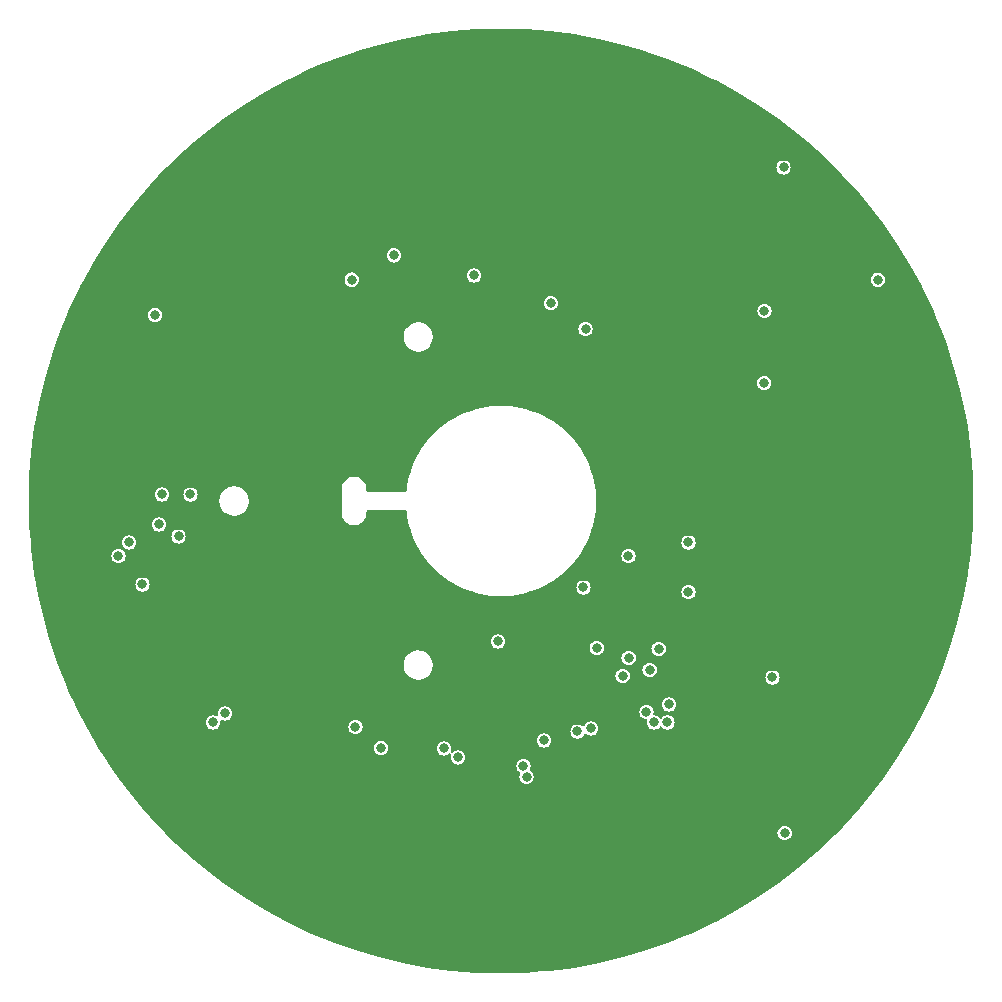
<source format=gbr>
%TF.GenerationSoftware,KiCad,Pcbnew,6.0.4-6f826c9f35~116~ubuntu20.04.1*%
%TF.CreationDate,2022-04-17T22:29:38+00:00*%
%TF.ProjectId,USTTHUNDERMILLPCB01,55535454-4855-44e4-9445-524d494c4c50,rev?*%
%TF.SameCoordinates,Original*%
%TF.FileFunction,Copper,L3,Inr*%
%TF.FilePolarity,Positive*%
%FSLAX46Y46*%
G04 Gerber Fmt 4.6, Leading zero omitted, Abs format (unit mm)*
G04 Created by KiCad (PCBNEW 6.0.4-6f826c9f35~116~ubuntu20.04.1) date 2022-04-17 22:29:38*
%MOMM*%
%LPD*%
G01*
G04 APERTURE LIST*
%TA.AperFunction,ViaPad*%
%ADD10C,0.800000*%
%TD*%
G04 APERTURE END LIST*
D10*
%TO.N,+5V*%
X-30359000Y-7068000D03*
X-29300000Y15750000D03*
%TO.N,+3V3*%
X10297600Y-14804400D03*
X10789000Y-4655000D03*
X-260000Y-11894000D03*
%TO.N,/CPU/RST#_P*%
X13345600Y-12518400D03*
%TO.N,/CPU/PB6*%
X8100000Y-12450000D03*
%TO.N,/CPU/PB7*%
X10805600Y-13280400D03*
%TO.N,/CPU/PB5*%
X12583600Y-14296400D03*
%TO.N,/CPU/TIMEPULSE*%
X6979000Y-7322000D03*
X7614000Y-19260000D03*
%TO.N,Net-(R8-Pad2)*%
X-12643200Y18744000D03*
%TO.N,Net-(R9-Pad2)*%
X4206800Y16744000D03*
%TO.N,/tachometer/COUNT_1*%
X-9075995Y20792886D03*
X-2292000Y19094000D03*
%TO.N,/CPU/PC1*%
X-10166000Y-20911000D03*
X12948000Y-18752000D03*
X-3637363Y-21712500D03*
%TO.N,/CPU/PC0*%
X12313000Y-17863000D03*
X-27303944Y-3004000D03*
X-4832000Y-20950500D03*
X-28962000Y-1988000D03*
X-12325000Y-19133000D03*
%TO.N,/CPU/RX0*%
X-23374000Y-17990000D03*
X1899000Y-22435000D03*
%TO.N,/CPU/TX0*%
X-24390000Y-18752000D03*
X2159849Y-23347970D03*
%TO.N,/CPU/TX1*%
X-31502000Y-3512000D03*
X6471000Y-19514000D03*
%TO.N,/CPU/RX1*%
X3634019Y-20276000D03*
X-32391000Y-4655000D03*
%TO.N,/CPU/BTN*%
X14218000Y-17228000D03*
X22981000Y-14942000D03*
%TO.N,/CPU/GEO_STAT*%
X-28708000Y552000D03*
X-26295000Y552000D03*
%TO.N,ROTOR_GND*%
X-20707000Y-12910000D03*
X17393000Y1695000D03*
X-29089000Y-10751000D03*
X3550000Y-23578000D03*
X-26600000Y15950000D03*
X-17151000Y-7068000D03*
X26664000Y17443000D03*
X-2292000Y23412000D03*
X-26549000Y-21419000D03*
X8376000Y3092000D03*
X-24650000Y13800000D03*
X-5721000Y-22562000D03*
X33400000Y-1450000D03*
X-33407000Y14395000D03*
X-3943000Y15157000D03*
X-21088000Y-3258000D03*
X29204000Y-10243000D03*
X5582000Y7156000D03*
X-17278000Y-1226000D03*
X2534000Y13633000D03*
X-26295000Y-2242000D03*
X-10100000Y13700000D03*
X-14357000Y-1607000D03*
X-19945000Y-4274000D03*
X-28708000Y11474000D03*
X-6000Y-10878000D03*
X22727000Y5505000D03*
X-8642000Y-1607000D03*
X25013000Y8045000D03*
X-17100000Y13700000D03*
X22219000Y1060000D03*
X-26450000Y11650000D03*
X-14357000Y-591000D03*
X-19183000Y-9227000D03*
X10789000Y18459000D03*
X9011000Y-17228000D03*
X-16897000Y4616000D03*
X-28800000Y13800000D03*
X-12325000Y-14942000D03*
X-1657000Y-15831000D03*
X28800000Y-7000000D03*
X-8134000Y-5671000D03*
X-29216000Y-3639000D03*
X19552000Y-5036000D03*
X10789000Y1060000D03*
X-5340000Y23285000D03*
X-29470000Y-22816000D03*
X-24517000Y-12275000D03*
X-24390000Y-4020000D03*
X5328000Y-23197000D03*
X-11182000Y-7957000D03*
X29450000Y6900000D03*
X-514000Y-15831000D03*
X-10674000Y-10751000D03*
X-2546000Y-10878000D03*
X23870000Y-5290000D03*
X20314000Y1441000D03*
X9265000Y-19133000D03*
X-22500000Y12050000D03*
X-11436000Y2330000D03*
X7741000Y20872000D03*
X-8642000Y1441000D03*
X17647000Y-3258000D03*
X-15500000Y-10751000D03*
X-35693000Y-10624000D03*
X-25279000Y-83000D03*
X-6229000Y-16593000D03*
X-37725000Y-9735000D03*
X-12706000Y-2623000D03*
X-30867000Y-23578000D03*
X-10674000Y-2623000D03*
X29585000Y3219000D03*
X-13350000Y13800000D03*
X-30740000Y20618000D03*
X17266000Y12236000D03*
X17647000Y15919000D03*
X883000Y22142000D03*
X-13595000Y2457000D03*
X25521000Y-16847000D03*
X-27500000Y2050000D03*
X-10166000Y-15577000D03*
X10662000Y12490000D03*
X30855000Y11982000D03*
X17520000Y-6941000D03*
X-28073000Y-22181000D03*
X22346000Y3346000D03*
X-32900000Y5800000D03*
X-19250000Y15950000D03*
X629000Y11093000D03*
X-34550000Y6394000D03*
X-36455000Y6394000D03*
X31236000Y15538000D03*
X-1784000Y12998000D03*
X-28835000Y6394000D03*
X-6850000Y22750000D03*
X31236000Y-12656000D03*
X-29250000Y3600000D03*
X-11690000Y-2623000D03*
X-18548000Y-14561000D03*
X-20800000Y13700000D03*
X29585000Y11220000D03*
X21700000Y-18400000D03*
X20314000Y6648000D03*
X1772000Y23158000D03*
X-29216000Y-5036000D03*
X18790000Y2457000D03*
X-28327000Y-6560000D03*
X15996000Y171000D03*
X30850000Y-7300000D03*
X-21088000Y-7322000D03*
X-13087000Y-10751000D03*
X-35185000Y16046000D03*
X33014000Y-3766000D03*
X-8007000Y-10878000D03*
X-34804000Y14395000D03*
X-4300000Y21300000D03*
X30474000Y-16720000D03*
X-14865000Y-14561000D03*
X-7118000Y-22562000D03*
X-13341000Y-7957000D03*
X20060000Y4616000D03*
X-9658000Y-1607000D03*
X-13595000Y-19006000D03*
X-23250000Y-8400000D03*
X-36074000Y11347000D03*
X24886000Y933000D03*
X14980000Y9188000D03*
X-28835000Y19602000D03*
X-4451000Y-14688000D03*
X24759000Y-337000D03*
X-13341000Y-12910000D03*
X13329000Y-16339000D03*
X-3816000Y23285000D03*
X-9150000Y-3893000D03*
X-31883000Y9315000D03*
X11291944Y6261944D03*
X31350000Y-1150000D03*
X-14230000Y1695000D03*
X8884000Y-210000D03*
X-38233000Y6394000D03*
X-34169000Y-9481000D03*
X-5721000Y21126000D03*
X-24517000Y2076000D03*
X-2850000Y21350000D03*
X33550000Y1950000D03*
X-133000Y21253000D03*
X29450000Y4800000D03*
X18917000Y-9227000D03*
X-28962000Y8045000D03*
X-4578000Y-7957000D03*
X-10674000Y-1607000D03*
X-18300000Y11800000D03*
X18663000Y-12402000D03*
X-6610000Y-7957000D03*
X25648000Y-6687000D03*
X6217000Y-16466000D03*
X9196444Y8357444D03*
X-2673000Y-13418000D03*
X-20750000Y-9300000D03*
X-22231000Y-2242000D03*
X32252000Y12617000D03*
X-12452000Y2584000D03*
X24251000Y14903000D03*
X33150000Y-7050000D03*
X-32300000Y4150000D03*
X-36836000Y8045000D03*
X-26803000Y-11513000D03*
X23616000Y-337000D03*
X27400000Y3400000D03*
X-14900000Y11800000D03*
X27045000Y6648000D03*
X-8134000Y-16847000D03*
X-32264000Y21380000D03*
X26283000Y2203000D03*
X-7900000Y15950000D03*
X5328000Y11220000D03*
X-8100000Y21600000D03*
X27680000Y16554000D03*
X-8896000Y-7957000D03*
X-22739000Y-5798000D03*
X17647000Y-1480000D03*
X2788000Y9315000D03*
X-27946000Y24174000D03*
X31109000Y-10624000D03*
X-13087000Y-4401000D03*
X21711000Y-2750000D03*
X-10900000Y4150000D03*
X-8642000Y-22347500D03*
X-22000000Y15950000D03*
X19171000Y-1607000D03*
X-2927000Y-22689000D03*
X20949000Y44000D03*
X-14357000Y552000D03*
X-24400000Y15950000D03*
X14980000Y5886000D03*
X25013000Y3981000D03*
X13202000Y16046000D03*
X26156000Y5124000D03*
X31363000Y-14815000D03*
X23235000Y-16974000D03*
X-25787000Y3219000D03*
X-20707000Y-11132000D03*
X-27438000Y-845000D03*
X2788000Y-12402000D03*
X-10801000Y1441000D03*
X-5750000Y18150000D03*
X28315000Y-16974000D03*
X-16200000Y16100000D03*
X23489000Y2330000D03*
X14091000Y-1099000D03*
X23870000Y-10243000D03*
X7868000Y4997000D03*
X30347000Y9061000D03*
X24251000Y-2750000D03*
X-7850000Y19050000D03*
X22473000Y17443000D03*
X-18548000Y-5671000D03*
X10916000Y9061000D03*
X26410000Y14776000D03*
X21711000Y-11767000D03*
X-17532000Y-10624000D03*
X14091000Y-5036000D03*
X-5594000Y-10751000D03*
X-20834000Y-14561000D03*
X17520000Y8299000D03*
X-26930000Y23158000D03*
X8249000Y-3131000D03*
X-10684447Y16269441D03*
X-14103000Y17443000D03*
X-36074000Y-9481000D03*
X-26930000Y-7830000D03*
X10789000Y-2242000D03*
X-26900000Y-4750000D03*
X-13722000Y-2496000D03*
X-15500000Y-7830000D03*
X-9658000Y1441000D03*
X-25533000Y21761000D03*
X14980000Y1314000D03*
X-32050000Y11550000D03*
X17647000Y-15577000D03*
X19044000Y44000D03*
X-37217000Y-11132000D03*
%TO.N,STATOR*%
X31896400Y18738400D03*
X23920800Y28238000D03*
X24010000Y-28130000D03*
%TO.N,PA1*%
X22301200Y16107600D03*
X22275800Y9986200D03*
X15869000Y-3512000D03*
X15869000Y-7703000D03*
%TO.N,COUNT_2*%
X7156800Y14544000D03*
X14091000Y-18752000D03*
%TD*%
%TA.AperFunction,Conductor*%
%TO.N,ROTOR_GND*%
G36*
X907350Y39975746D02*
G01*
X2090099Y39944782D01*
X2096686Y39944437D01*
X4177788Y39780658D01*
X4184353Y39779968D01*
X6254047Y39507430D01*
X6260557Y39506398D01*
X6933881Y39381615D01*
X8313141Y39126005D01*
X8319564Y39124639D01*
X10349484Y38637280D01*
X10355813Y38635584D01*
X11910637Y38175076D01*
X12357376Y38042760D01*
X12363657Y38040720D01*
X14331414Y37343831D01*
X14337568Y37341468D01*
X16266257Y36542600D01*
X16272261Y36539927D01*
X17565823Y35922950D01*
X18156385Y35641276D01*
X18162266Y35638280D01*
X19996848Y34642141D01*
X20002558Y34638844D01*
X21782509Y33548107D01*
X21788042Y33544514D01*
X23508389Y32362162D01*
X23513728Y32358283D01*
X25169873Y31087414D01*
X25174996Y31083265D01*
X25983044Y30393146D01*
X26762367Y29727560D01*
X26767243Y29723169D01*
X27524407Y29004684D01*
X28281560Y28286210D01*
X28286229Y28281541D01*
X28902287Y27632318D01*
X29723168Y26767246D01*
X29727559Y26762370D01*
X30393145Y25983047D01*
X31083264Y25174999D01*
X31087413Y25169876D01*
X32358293Y23513718D01*
X32362172Y23508379D01*
X33544511Y21788045D01*
X33548104Y21782512D01*
X34638839Y20002565D01*
X34642136Y19996855D01*
X35638279Y18162282D01*
X35641276Y18156401D01*
X36539932Y16272257D01*
X36542614Y16266231D01*
X36933834Y15321718D01*
X37317507Y14395426D01*
X37341469Y14337574D01*
X37343830Y14331426D01*
X37633430Y13513697D01*
X38040721Y12363652D01*
X38042759Y12357377D01*
X38635591Y10355801D01*
X38637284Y10349481D01*
X38864966Y9401156D01*
X39124639Y8319585D01*
X39126008Y8313146D01*
X39337303Y7173009D01*
X39506401Y6260562D01*
X39507433Y6254052D01*
X39779971Y4184355D01*
X39780661Y4177791D01*
X39944447Y2096687D01*
X39944792Y2090098D01*
X39973710Y985305D01*
X39999265Y8999D01*
X39999414Y3298D01*
X39999414Y-3285D01*
X39979220Y-774589D01*
X39944777Y-2090108D01*
X39944432Y-2096695D01*
X39780661Y-4177796D01*
X39779971Y-4184361D01*
X39753536Y-4385105D01*
X39543034Y-5983655D01*
X39507429Y-6254036D01*
X39506399Y-6260537D01*
X39130660Y-8288044D01*
X39126008Y-8313146D01*
X39124635Y-8319602D01*
X38637279Y-10349474D01*
X38635573Y-10355840D01*
X38042761Y-12357378D01*
X38040721Y-12363659D01*
X37343829Y-14331435D01*
X37341466Y-14337589D01*
X36542606Y-16266238D01*
X36539924Y-16272264D01*
X35641268Y-18156407D01*
X35638271Y-18162288D01*
X34642131Y-19996871D01*
X34638834Y-20002581D01*
X33548104Y-21782517D01*
X33544511Y-21788050D01*
X32362172Y-23508383D01*
X32358293Y-23513722D01*
X31087413Y-25169880D01*
X31083264Y-25175003D01*
X30393153Y-25983042D01*
X29727550Y-26762385D01*
X29723159Y-26767261D01*
X28923006Y-27610491D01*
X28286230Y-28281549D01*
X28281561Y-28286219D01*
X26767233Y-29723184D01*
X26762332Y-29727596D01*
X25174996Y-31083271D01*
X25169873Y-31087420D01*
X23513719Y-32358291D01*
X23508380Y-32362170D01*
X21788034Y-33544525D01*
X21782501Y-33548118D01*
X20002558Y-34638851D01*
X19996848Y-34642148D01*
X18162266Y-35638287D01*
X18156385Y-35641283D01*
X16272261Y-36539938D01*
X16266257Y-36542611D01*
X15301902Y-36942046D01*
X14337558Y-37341475D01*
X14331405Y-37343837D01*
X12363652Y-38040728D01*
X12357374Y-38042768D01*
X12357238Y-38042808D01*
X10355828Y-38635589D01*
X10349461Y-38637295D01*
X9289955Y-38891667D01*
X8319561Y-39124643D01*
X8313141Y-39126008D01*
X6260545Y-39506411D01*
X6254053Y-39507440D01*
X4184346Y-39779972D01*
X4177801Y-39780660D01*
X3491567Y-39834668D01*
X2096686Y-39944447D01*
X2090097Y-39944792D01*
X843120Y-39977432D01*
X3286Y-39999414D01*
X-3285Y-39999414D01*
X-900436Y-39975925D01*
X-2090105Y-39944777D01*
X-2096692Y-39944432D01*
X-4177793Y-39780661D01*
X-4184358Y-39779971D01*
X-4874579Y-39689081D01*
X-6254047Y-39507427D01*
X-6260538Y-39506399D01*
X-8313149Y-39126008D01*
X-8319603Y-39124635D01*
X-10349475Y-38637279D01*
X-10355841Y-38635573D01*
X-12357385Y-38042759D01*
X-12363666Y-38040719D01*
X-14331425Y-37343832D01*
X-14337579Y-37341469D01*
X-16266237Y-36542606D01*
X-16272263Y-36539924D01*
X-18156408Y-35641268D01*
X-18162289Y-35638271D01*
X-19996861Y-34642136D01*
X-20002571Y-34638839D01*
X-21782518Y-33548104D01*
X-21788051Y-33544511D01*
X-23508384Y-32362172D01*
X-23513723Y-32358293D01*
X-25169881Y-31087413D01*
X-25175004Y-31083264D01*
X-25983022Y-30393171D01*
X-26762376Y-29727559D01*
X-26767252Y-29723168D01*
X-27524406Y-29004693D01*
X-28281547Y-28286229D01*
X-28286216Y-28281560D01*
X-28430034Y-28130000D01*
X23404318Y-28130000D01*
X23424956Y-28286762D01*
X23485464Y-28432841D01*
X23581718Y-28558282D01*
X23707159Y-28654536D01*
X23853238Y-28715044D01*
X24010000Y-28735682D01*
X24018188Y-28734604D01*
X24158574Y-28716122D01*
X24166762Y-28715044D01*
X24312841Y-28654536D01*
X24438282Y-28558282D01*
X24534536Y-28432841D01*
X24595044Y-28286762D01*
X24615682Y-28130000D01*
X24595044Y-27973238D01*
X24534536Y-27827159D01*
X24438282Y-27701718D01*
X24312841Y-27605464D01*
X24166762Y-27544956D01*
X24010000Y-27524318D01*
X23853238Y-27544956D01*
X23707159Y-27605464D01*
X23581718Y-27701718D01*
X23485464Y-27827159D01*
X23424956Y-27973238D01*
X23404318Y-28130000D01*
X-28430034Y-28130000D01*
X-29723146Y-26767273D01*
X-29723185Y-26767232D01*
X-29727576Y-26762356D01*
X-30393205Y-25982982D01*
X-31083270Y-25174996D01*
X-31087419Y-25169873D01*
X-32358289Y-23513727D01*
X-32362168Y-23508388D01*
X-33099882Y-22435000D01*
X1293318Y-22435000D01*
X1313956Y-22591762D01*
X1374464Y-22737841D01*
X1470718Y-22863282D01*
X1576070Y-22944121D01*
X1617936Y-23001458D01*
X1622158Y-23072329D01*
X1615775Y-23092298D01*
X1574805Y-23191208D01*
X1554167Y-23347970D01*
X1574805Y-23504732D01*
X1635313Y-23650811D01*
X1731567Y-23776252D01*
X1857008Y-23872506D01*
X2003087Y-23933014D01*
X2159849Y-23953652D01*
X2168037Y-23952574D01*
X2308423Y-23934092D01*
X2316611Y-23933014D01*
X2462690Y-23872506D01*
X2588131Y-23776252D01*
X2684385Y-23650811D01*
X2744893Y-23504732D01*
X2765531Y-23347970D01*
X2744893Y-23191208D01*
X2684385Y-23045129D01*
X2588131Y-22919688D01*
X2482779Y-22838849D01*
X2440913Y-22781512D01*
X2436691Y-22710641D01*
X2443075Y-22690669D01*
X2480884Y-22599391D01*
X2484044Y-22591762D01*
X2504682Y-22435000D01*
X2484044Y-22278238D01*
X2423536Y-22132159D01*
X2327282Y-22006718D01*
X2201841Y-21910464D01*
X2055762Y-21849956D01*
X1899000Y-21829318D01*
X1742238Y-21849956D01*
X1596159Y-21910464D01*
X1470718Y-22006718D01*
X1374464Y-22132159D01*
X1313956Y-22278238D01*
X1293318Y-22435000D01*
X-33099882Y-22435000D01*
X-33544526Y-21788034D01*
X-33548119Y-21782501D01*
X-34082167Y-20911000D01*
X-10771682Y-20911000D01*
X-10751044Y-21067762D01*
X-10690536Y-21213841D01*
X-10594282Y-21339282D01*
X-10468841Y-21435536D01*
X-10322762Y-21496044D01*
X-10166000Y-21516682D01*
X-10157812Y-21515604D01*
X-10017426Y-21497122D01*
X-10009238Y-21496044D01*
X-9863159Y-21435536D01*
X-9737718Y-21339282D01*
X-9641464Y-21213841D01*
X-9580956Y-21067762D01*
X-9565518Y-20950500D01*
X-5437682Y-20950500D01*
X-5417044Y-21107262D01*
X-5356536Y-21253341D01*
X-5260282Y-21378782D01*
X-5253736Y-21383805D01*
X-5228580Y-21403108D01*
X-5134841Y-21475036D01*
X-4988762Y-21535544D01*
X-4832000Y-21556182D01*
X-4823812Y-21555104D01*
X-4683426Y-21536622D01*
X-4675238Y-21535544D01*
X-4529159Y-21475036D01*
X-4403718Y-21378782D01*
X-4401549Y-21381609D01*
X-4353597Y-21355424D01*
X-4282782Y-21360489D01*
X-4225946Y-21403036D01*
X-4201135Y-21469556D01*
X-4210405Y-21526762D01*
X-4222407Y-21555738D01*
X-4243045Y-21712500D01*
X-4222407Y-21869262D01*
X-4161899Y-22015341D01*
X-4065645Y-22140782D01*
X-3940204Y-22237036D01*
X-3794125Y-22297544D01*
X-3637363Y-22318182D01*
X-3629175Y-22317104D01*
X-3488789Y-22298622D01*
X-3480601Y-22297544D01*
X-3334522Y-22237036D01*
X-3209081Y-22140782D01*
X-3112827Y-22015341D01*
X-3052319Y-21869262D01*
X-3031681Y-21712500D01*
X-3052319Y-21555738D01*
X-3112827Y-21409659D01*
X-3209081Y-21284218D01*
X-3240689Y-21259964D01*
X-3292261Y-21220392D01*
X-3334522Y-21187964D01*
X-3480601Y-21127456D01*
X-3637363Y-21106818D01*
X-3794125Y-21127456D01*
X-3940204Y-21187964D01*
X-4065645Y-21284218D01*
X-4067814Y-21281391D01*
X-4115766Y-21307576D01*
X-4186581Y-21302511D01*
X-4243417Y-21259964D01*
X-4268228Y-21193444D01*
X-4258958Y-21136238D01*
X-4246956Y-21107262D01*
X-4226318Y-20950500D01*
X-4246956Y-20793738D01*
X-4307464Y-20647659D01*
X-4403718Y-20522218D01*
X-4529159Y-20425964D01*
X-4675238Y-20365456D01*
X-4832000Y-20344818D01*
X-4988762Y-20365456D01*
X-5134841Y-20425964D01*
X-5260282Y-20522218D01*
X-5356536Y-20647659D01*
X-5417044Y-20793738D01*
X-5437682Y-20950500D01*
X-9565518Y-20950500D01*
X-9560318Y-20911000D01*
X-9580956Y-20754238D01*
X-9641464Y-20608159D01*
X-9737718Y-20482718D01*
X-9863159Y-20386464D01*
X-10009238Y-20325956D01*
X-10166000Y-20305318D01*
X-10322762Y-20325956D01*
X-10468841Y-20386464D01*
X-10594282Y-20482718D01*
X-10690536Y-20608159D01*
X-10751044Y-20754238D01*
X-10771682Y-20911000D01*
X-34082167Y-20911000D01*
X-34471289Y-20276000D01*
X3028337Y-20276000D01*
X3048975Y-20432762D01*
X3109483Y-20578841D01*
X3205737Y-20704282D01*
X3331178Y-20800536D01*
X3477257Y-20861044D01*
X3634019Y-20881682D01*
X3642207Y-20880604D01*
X3782593Y-20862122D01*
X3790781Y-20861044D01*
X3936860Y-20800536D01*
X4062301Y-20704282D01*
X4158555Y-20578841D01*
X4219063Y-20432762D01*
X4239701Y-20276000D01*
X4219063Y-20119238D01*
X4158555Y-19973159D01*
X4062301Y-19847718D01*
X3936860Y-19751464D01*
X3790781Y-19690956D01*
X3634019Y-19670318D01*
X3477257Y-19690956D01*
X3331178Y-19751464D01*
X3205737Y-19847718D01*
X3109483Y-19973159D01*
X3048975Y-20119238D01*
X3028337Y-20276000D01*
X-34471289Y-20276000D01*
X-34638852Y-20002558D01*
X-34642149Y-19996848D01*
X-35318075Y-18752000D01*
X-24995682Y-18752000D01*
X-24975044Y-18908762D01*
X-24914536Y-19054841D01*
X-24818282Y-19180282D01*
X-24692841Y-19276536D01*
X-24546762Y-19337044D01*
X-24390000Y-19357682D01*
X-24381812Y-19356604D01*
X-24241426Y-19338122D01*
X-24233238Y-19337044D01*
X-24087159Y-19276536D01*
X-23961718Y-19180282D01*
X-23925437Y-19133000D01*
X-12930682Y-19133000D01*
X-12910044Y-19289762D01*
X-12849536Y-19435841D01*
X-12753282Y-19561282D01*
X-12627841Y-19657536D01*
X-12481762Y-19718044D01*
X-12325000Y-19738682D01*
X-12316812Y-19737604D01*
X-12176426Y-19719122D01*
X-12168238Y-19718044D01*
X-12022159Y-19657536D01*
X-11896718Y-19561282D01*
X-11860437Y-19514000D01*
X5865318Y-19514000D01*
X5885956Y-19670762D01*
X5946464Y-19816841D01*
X6042718Y-19942282D01*
X6168159Y-20038536D01*
X6314238Y-20099044D01*
X6471000Y-20119682D01*
X6479188Y-20118604D01*
X6619574Y-20100122D01*
X6627762Y-20099044D01*
X6773841Y-20038536D01*
X6899282Y-19942282D01*
X6995536Y-19816841D01*
X7018973Y-19760259D01*
X7063522Y-19704979D01*
X7130885Y-19682558D01*
X7199677Y-19700117D01*
X7212086Y-19708515D01*
X7249996Y-19737604D01*
X7311159Y-19784536D01*
X7457238Y-19845044D01*
X7614000Y-19865682D01*
X7622188Y-19864604D01*
X7762574Y-19846122D01*
X7770762Y-19845044D01*
X7916841Y-19784536D01*
X8042282Y-19688282D01*
X8138536Y-19562841D01*
X8199044Y-19416762D01*
X8219682Y-19260000D01*
X8199044Y-19103238D01*
X8138536Y-18957159D01*
X8042282Y-18831718D01*
X7916841Y-18735464D01*
X7770762Y-18674956D01*
X7614000Y-18654318D01*
X7457238Y-18674956D01*
X7311159Y-18735464D01*
X7185718Y-18831718D01*
X7089464Y-18957159D01*
X7078170Y-18984426D01*
X7066027Y-19013741D01*
X7021478Y-19069021D01*
X6954115Y-19091442D01*
X6885323Y-19073883D01*
X6872914Y-19065485D01*
X6780392Y-18994491D01*
X6773841Y-18989464D01*
X6627762Y-18928956D01*
X6471000Y-18908318D01*
X6314238Y-18928956D01*
X6168159Y-18989464D01*
X6042718Y-19085718D01*
X6037695Y-19092264D01*
X6014941Y-19121918D01*
X5946464Y-19211159D01*
X5885956Y-19357238D01*
X5865318Y-19514000D01*
X-11860437Y-19514000D01*
X-11800464Y-19435841D01*
X-11739956Y-19289762D01*
X-11719318Y-19133000D01*
X-11739956Y-18976238D01*
X-11800464Y-18830159D01*
X-11896718Y-18704718D01*
X-12022159Y-18608464D01*
X-12168238Y-18547956D01*
X-12325000Y-18527318D01*
X-12481762Y-18547956D01*
X-12627841Y-18608464D01*
X-12753282Y-18704718D01*
X-12849536Y-18830159D01*
X-12910044Y-18976238D01*
X-12930682Y-19133000D01*
X-23925437Y-19133000D01*
X-23865464Y-19054841D01*
X-23804956Y-18908762D01*
X-23784318Y-18752000D01*
X-23795097Y-18670125D01*
X-23784158Y-18599976D01*
X-23737030Y-18546878D01*
X-23668676Y-18527688D01*
X-23621957Y-18537270D01*
X-23538392Y-18571884D01*
X-23538389Y-18571885D01*
X-23530762Y-18575044D01*
X-23374000Y-18595682D01*
X-23365812Y-18594604D01*
X-23225426Y-18576122D01*
X-23217238Y-18575044D01*
X-23071159Y-18514536D01*
X-22945718Y-18418282D01*
X-22925101Y-18391414D01*
X-22873157Y-18323718D01*
X-22849464Y-18292841D01*
X-22794403Y-18159913D01*
X-22792116Y-18154391D01*
X-22788956Y-18146762D01*
X-22768318Y-17990000D01*
X-22785038Y-17863000D01*
X11707318Y-17863000D01*
X11727956Y-18019762D01*
X11788464Y-18165841D01*
X11884718Y-18291282D01*
X12010159Y-18387536D01*
X12156238Y-18448044D01*
X12164426Y-18449122D01*
X12253561Y-18460857D01*
X12318488Y-18489580D01*
X12357579Y-18548845D01*
X12362036Y-18602225D01*
X12342318Y-18752000D01*
X12362956Y-18908762D01*
X12423464Y-19054841D01*
X12519718Y-19180282D01*
X12645159Y-19276536D01*
X12791238Y-19337044D01*
X12948000Y-19357682D01*
X12956188Y-19356604D01*
X13096574Y-19338122D01*
X13104762Y-19337044D01*
X13250841Y-19276536D01*
X13376282Y-19180282D01*
X13419537Y-19123911D01*
X13476875Y-19082044D01*
X13547746Y-19077822D01*
X13609649Y-19112586D01*
X13619463Y-19123911D01*
X13662718Y-19180282D01*
X13788159Y-19276536D01*
X13934238Y-19337044D01*
X14091000Y-19357682D01*
X14099188Y-19356604D01*
X14239574Y-19338122D01*
X14247762Y-19337044D01*
X14393841Y-19276536D01*
X14519282Y-19180282D01*
X14615536Y-19054841D01*
X14676044Y-18908762D01*
X14696682Y-18752000D01*
X14676044Y-18595238D01*
X14615536Y-18449159D01*
X14519282Y-18323718D01*
X14393841Y-18227464D01*
X14247762Y-18166956D01*
X14194197Y-18159904D01*
X14099188Y-18147396D01*
X14091000Y-18146318D01*
X14082812Y-18147396D01*
X13987804Y-18159904D01*
X13934238Y-18166956D01*
X13788159Y-18227464D01*
X13662718Y-18323718D01*
X13657695Y-18330264D01*
X13619463Y-18380089D01*
X13562125Y-18421956D01*
X13491254Y-18426178D01*
X13429351Y-18391414D01*
X13419537Y-18380089D01*
X13381305Y-18330264D01*
X13376282Y-18323718D01*
X13250841Y-18227464D01*
X13104762Y-18166956D01*
X13096293Y-18165841D01*
X13007439Y-18154143D01*
X12942512Y-18125420D01*
X12903421Y-18066155D01*
X12898964Y-18012775D01*
X12917604Y-17871188D01*
X12918682Y-17863000D01*
X12898044Y-17706238D01*
X12837536Y-17560159D01*
X12741282Y-17434718D01*
X12615841Y-17338464D01*
X12469762Y-17277956D01*
X12313000Y-17257318D01*
X12156238Y-17277956D01*
X12010159Y-17338464D01*
X11884718Y-17434718D01*
X11788464Y-17560159D01*
X11727956Y-17706238D01*
X11707318Y-17863000D01*
X-22785038Y-17863000D01*
X-22788956Y-17833238D01*
X-22849464Y-17687159D01*
X-22945718Y-17561718D01*
X-23071159Y-17465464D01*
X-23217238Y-17404956D01*
X-23374000Y-17384318D01*
X-23530762Y-17404956D01*
X-23676841Y-17465464D01*
X-23802282Y-17561718D01*
X-23898536Y-17687159D01*
X-23959044Y-17833238D01*
X-23979682Y-17990000D01*
X-23978604Y-17998188D01*
X-23968903Y-18071875D01*
X-23979842Y-18142024D01*
X-24026970Y-18195122D01*
X-24095324Y-18214312D01*
X-24142043Y-18204730D01*
X-24225608Y-18170116D01*
X-24225611Y-18170115D01*
X-24233238Y-18166956D01*
X-24286803Y-18159904D01*
X-24381812Y-18147396D01*
X-24390000Y-18146318D01*
X-24398188Y-18147396D01*
X-24493196Y-18159904D01*
X-24546762Y-18166956D01*
X-24692841Y-18227464D01*
X-24818282Y-18323718D01*
X-24914536Y-18449159D01*
X-24975044Y-18595238D01*
X-24995682Y-18752000D01*
X-35318075Y-18752000D01*
X-35638288Y-18162266D01*
X-35641284Y-18156385D01*
X-35999685Y-17404956D01*
X-36084086Y-17228000D01*
X13612318Y-17228000D01*
X13632956Y-17384762D01*
X13693464Y-17530841D01*
X13789718Y-17656282D01*
X13915159Y-17752536D01*
X14061238Y-17813044D01*
X14218000Y-17833682D01*
X14226188Y-17832604D01*
X14366574Y-17814122D01*
X14374762Y-17813044D01*
X14520841Y-17752536D01*
X14646282Y-17656282D01*
X14742536Y-17530841D01*
X14803044Y-17384762D01*
X14823682Y-17228000D01*
X14803044Y-17071238D01*
X14742536Y-16925159D01*
X14646282Y-16799718D01*
X14520841Y-16703464D01*
X14374762Y-16642956D01*
X14218000Y-16622318D01*
X14061238Y-16642956D01*
X13915159Y-16703464D01*
X13789718Y-16799718D01*
X13693464Y-16925159D01*
X13632956Y-17071238D01*
X13612318Y-17228000D01*
X-36084086Y-17228000D01*
X-36539935Y-16272261D01*
X-36542613Y-16266246D01*
X-36848345Y-15528122D01*
X-37341478Y-14337562D01*
X-37343824Y-14331453D01*
X-37496617Y-13900021D01*
X-8250509Y-13900021D01*
X-8250490Y-13900100D01*
X-8234480Y-14001189D01*
X-8199928Y-14219356D01*
X-8189317Y-14286359D01*
X-8189310Y-14286439D01*
X-8189301Y-14286456D01*
X-8189298Y-14286476D01*
X-8189256Y-14286545D01*
X-8011725Y-14634907D01*
X-8011693Y-14634984D01*
X-8011678Y-14634999D01*
X-8011670Y-14635015D01*
X-8011615Y-14635062D01*
X-7735098Y-14911639D01*
X-7735045Y-14911701D01*
X-7735027Y-14911710D01*
X-7735014Y-14911723D01*
X-7734948Y-14911750D01*
X-7386513Y-15089235D01*
X-7386445Y-15089276D01*
X-7386425Y-15089279D01*
X-7386408Y-15089288D01*
X-7386328Y-15089295D01*
X-7373626Y-15091308D01*
X-7373625Y-15091308D01*
X-7016698Y-15147861D01*
X-7000099Y-15150491D01*
X-7000020Y-15150510D01*
X-7000000Y-15150507D01*
X-6999980Y-15150510D01*
X-6999900Y-15150491D01*
X-6984113Y-15147990D01*
X-6984112Y-15147990D01*
X-6626509Y-15091329D01*
X-6626508Y-15091329D01*
X-6613673Y-15089295D01*
X-6613593Y-15089288D01*
X-6613576Y-15089279D01*
X-6613556Y-15089276D01*
X-6613487Y-15089234D01*
X-6265064Y-14911756D01*
X-6264987Y-14911724D01*
X-6264972Y-14911709D01*
X-6264956Y-14911701D01*
X-6264907Y-14911644D01*
X-6252820Y-14899554D01*
X-6252819Y-14899554D01*
X-6157687Y-14804400D01*
X9691918Y-14804400D01*
X9712556Y-14961162D01*
X9773064Y-15107241D01*
X9869318Y-15232682D01*
X9994759Y-15328936D01*
X10140838Y-15389444D01*
X10297600Y-15410082D01*
X10305788Y-15409004D01*
X10446174Y-15390522D01*
X10454362Y-15389444D01*
X10600441Y-15328936D01*
X10725882Y-15232682D01*
X10822136Y-15107241D01*
X10882644Y-14961162D01*
X10885167Y-14942000D01*
X22375318Y-14942000D01*
X22395956Y-15098762D01*
X22456464Y-15244841D01*
X22552718Y-15370282D01*
X22678159Y-15466536D01*
X22824238Y-15527044D01*
X22981000Y-15547682D01*
X22989188Y-15546604D01*
X23129574Y-15528122D01*
X23137762Y-15527044D01*
X23283841Y-15466536D01*
X23409282Y-15370282D01*
X23505536Y-15244841D01*
X23566044Y-15098762D01*
X23586682Y-14942000D01*
X23566044Y-14785238D01*
X23505536Y-14639159D01*
X23409282Y-14513718D01*
X23283841Y-14417464D01*
X23137762Y-14356956D01*
X22981000Y-14336318D01*
X22824238Y-14356956D01*
X22678159Y-14417464D01*
X22552718Y-14513718D01*
X22456464Y-14639159D01*
X22395956Y-14785238D01*
X22375318Y-14942000D01*
X10885167Y-14942000D01*
X10903282Y-14804400D01*
X10882644Y-14647638D01*
X10822136Y-14501559D01*
X10725882Y-14376118D01*
X10621991Y-14296400D01*
X11977918Y-14296400D01*
X11998556Y-14453162D01*
X12059064Y-14599241D01*
X12155318Y-14724682D01*
X12280759Y-14820936D01*
X12426838Y-14881444D01*
X12583600Y-14902082D01*
X12591788Y-14901004D01*
X12601496Y-14899726D01*
X12740362Y-14881444D01*
X12886441Y-14820936D01*
X13011882Y-14724682D01*
X13108136Y-14599241D01*
X13168644Y-14453162D01*
X13189282Y-14296400D01*
X13168644Y-14139638D01*
X13108136Y-13993559D01*
X13011882Y-13868118D01*
X12886441Y-13771864D01*
X12740362Y-13711356D01*
X12583600Y-13690718D01*
X12426838Y-13711356D01*
X12280759Y-13771864D01*
X12155318Y-13868118D01*
X12059064Y-13993559D01*
X11998556Y-14139638D01*
X11977918Y-14296400D01*
X10621991Y-14296400D01*
X10600441Y-14279864D01*
X10454362Y-14219356D01*
X10297600Y-14198718D01*
X10140838Y-14219356D01*
X9994759Y-14279864D01*
X9869318Y-14376118D01*
X9773064Y-14501559D01*
X9712556Y-14647638D01*
X9691918Y-14804400D01*
X-6157687Y-14804400D01*
X-6001212Y-14647890D01*
X-5988393Y-14635068D01*
X-5988331Y-14635015D01*
X-5988322Y-14634997D01*
X-5988309Y-14634984D01*
X-5988282Y-14634918D01*
X-5899543Y-14460791D01*
X-5816906Y-14298635D01*
X-5810744Y-14286544D01*
X-5810703Y-14286476D01*
X-5810700Y-14286456D01*
X-5810691Y-14286439D01*
X-5810684Y-14286359D01*
X-5749510Y-13900101D01*
X-5749491Y-13900021D01*
X-5749494Y-13900001D01*
X-5749491Y-13899981D01*
X-5749510Y-13899901D01*
X-5810684Y-13513639D01*
X-5810691Y-13513559D01*
X-5810700Y-13513542D01*
X-5810703Y-13513522D01*
X-5810744Y-13513454D01*
X-5929513Y-13280400D01*
X10199918Y-13280400D01*
X10220556Y-13437162D01*
X10281064Y-13583241D01*
X10377318Y-13708682D01*
X10502759Y-13804936D01*
X10648838Y-13865444D01*
X10805600Y-13886082D01*
X10813788Y-13885004D01*
X10954174Y-13866522D01*
X10962362Y-13865444D01*
X11108441Y-13804936D01*
X11233882Y-13708682D01*
X11330136Y-13583241D01*
X11390644Y-13437162D01*
X11411282Y-13280400D01*
X11390644Y-13123638D01*
X11330136Y-12977559D01*
X11233882Y-12852118D01*
X11108441Y-12755864D01*
X10962362Y-12695356D01*
X10805600Y-12674718D01*
X10648838Y-12695356D01*
X10502759Y-12755864D01*
X10377318Y-12852118D01*
X10281064Y-12977559D01*
X10220556Y-13123638D01*
X10199918Y-13280400D01*
X-5929513Y-13280400D01*
X-5982367Y-13176686D01*
X-5982368Y-13176685D01*
X-5988282Y-13165080D01*
X-5988309Y-13165014D01*
X-5988322Y-13165001D01*
X-5988331Y-13164983D01*
X-5988393Y-13164930D01*
X-6264907Y-12888354D01*
X-6264956Y-12888297D01*
X-6264972Y-12888289D01*
X-6264987Y-12888274D01*
X-6265064Y-12888242D01*
X-6613488Y-12710763D01*
X-6613556Y-12710722D01*
X-6613576Y-12710719D01*
X-6613593Y-12710710D01*
X-6613673Y-12710703D01*
X-6626374Y-12708691D01*
X-6626376Y-12708690D01*
X-6840801Y-12674718D01*
X-6999901Y-12649511D01*
X-6999980Y-12649492D01*
X-7000000Y-12649495D01*
X-7000020Y-12649492D01*
X-7000099Y-12649511D01*
X-7015855Y-12652007D01*
X-7015856Y-12652007D01*
X-7373625Y-12708690D01*
X-7373627Y-12708691D01*
X-7386328Y-12710703D01*
X-7386408Y-12710710D01*
X-7386425Y-12710719D01*
X-7386445Y-12710722D01*
X-7386513Y-12710763D01*
X-7734948Y-12888248D01*
X-7735014Y-12888275D01*
X-7735027Y-12888288D01*
X-7735045Y-12888297D01*
X-7735098Y-12888359D01*
X-7743885Y-12897148D01*
X-7744081Y-12897343D01*
X-7744084Y-12897347D01*
X-7747447Y-12900711D01*
X-7747448Y-12900711D01*
X-7824279Y-12977559D01*
X-8011620Y-13164941D01*
X-8011669Y-13164983D01*
X-8011676Y-13164997D01*
X-8011693Y-13165014D01*
X-8011729Y-13165101D01*
X-8189256Y-13513457D01*
X-8189298Y-13513526D01*
X-8189301Y-13513546D01*
X-8189310Y-13513563D01*
X-8189317Y-13513643D01*
X-8191349Y-13526471D01*
X-8191349Y-13526472D01*
X-8221130Y-13714516D01*
X-8250490Y-13899902D01*
X-8250509Y-13899981D01*
X-8250506Y-13900001D01*
X-8250509Y-13900021D01*
X-37496617Y-13900021D01*
X-38040732Y-12363643D01*
X-38042762Y-12357393D01*
X-38180010Y-11894000D01*
X-865682Y-11894000D01*
X-845044Y-12050762D01*
X-784536Y-12196841D01*
X-688282Y-12322282D01*
X-562841Y-12418536D01*
X-416762Y-12479044D01*
X-260000Y-12499682D01*
X-251812Y-12498604D01*
X-111426Y-12480122D01*
X-103238Y-12479044D01*
X-33120Y-12450000D01*
X7494318Y-12450000D01*
X7514956Y-12606762D01*
X7575464Y-12752841D01*
X7671718Y-12878282D01*
X7678264Y-12883305D01*
X7696305Y-12897148D01*
X7797159Y-12974536D01*
X7943238Y-13035044D01*
X8100000Y-13055682D01*
X8108188Y-13054604D01*
X8248574Y-13036122D01*
X8256762Y-13035044D01*
X8402841Y-12974536D01*
X8503695Y-12897148D01*
X8521736Y-12883305D01*
X8528282Y-12878282D01*
X8624536Y-12752841D01*
X8685044Y-12606762D01*
X8696677Y-12518400D01*
X12739918Y-12518400D01*
X12740996Y-12526588D01*
X12757244Y-12650001D01*
X12760556Y-12675162D01*
X12821064Y-12821241D01*
X12917318Y-12946682D01*
X13042759Y-13042936D01*
X13188838Y-13103444D01*
X13345600Y-13124082D01*
X13353788Y-13123004D01*
X13494174Y-13104522D01*
X13502362Y-13103444D01*
X13648441Y-13042936D01*
X13773882Y-12946682D01*
X13870136Y-12821241D01*
X13930644Y-12675162D01*
X13933957Y-12650001D01*
X13950204Y-12526588D01*
X13951282Y-12518400D01*
X13930644Y-12361638D01*
X13870136Y-12215559D01*
X13773882Y-12090118D01*
X13648441Y-11993864D01*
X13502362Y-11933356D01*
X13345600Y-11912718D01*
X13188838Y-11933356D01*
X13042759Y-11993864D01*
X12917318Y-12090118D01*
X12821064Y-12215559D01*
X12760556Y-12361638D01*
X12739918Y-12518400D01*
X8696677Y-12518400D01*
X8705682Y-12450000D01*
X8685044Y-12293238D01*
X8624536Y-12147159D01*
X8528282Y-12021718D01*
X8402841Y-11925464D01*
X8256762Y-11864956D01*
X8100000Y-11844318D01*
X7943238Y-11864956D01*
X7797159Y-11925464D01*
X7671718Y-12021718D01*
X7575464Y-12147159D01*
X7514956Y-12293238D01*
X7494318Y-12450000D01*
X-33120Y-12450000D01*
X42841Y-12418536D01*
X168282Y-12322282D01*
X264536Y-12196841D01*
X325044Y-12050762D01*
X345682Y-11894000D01*
X325044Y-11737238D01*
X264536Y-11591159D01*
X168282Y-11465718D01*
X42841Y-11369464D01*
X-103238Y-11308956D01*
X-260000Y-11288318D01*
X-416762Y-11308956D01*
X-562841Y-11369464D01*
X-688282Y-11465718D01*
X-784536Y-11591159D01*
X-845044Y-11737238D01*
X-865682Y-11894000D01*
X-38180010Y-11894000D01*
X-38333879Y-11374491D01*
X-38635591Y-10355813D01*
X-38637287Y-10349484D01*
X-39124647Y-8319564D01*
X-39126016Y-8313125D01*
X-39131249Y-8284884D01*
X-39356767Y-7068000D01*
X-30964682Y-7068000D01*
X-30944044Y-7224762D01*
X-30883536Y-7370841D01*
X-30787282Y-7496282D01*
X-30661841Y-7592536D01*
X-30515762Y-7653044D01*
X-30507574Y-7654122D01*
X-30480191Y-7657727D01*
X-30359000Y-7673682D01*
X-30350812Y-7672604D01*
X-30210426Y-7654122D01*
X-30202238Y-7653044D01*
X-30056159Y-7592536D01*
X-29930718Y-7496282D01*
X-29834464Y-7370841D01*
X-29773956Y-7224762D01*
X-29753318Y-7068000D01*
X-29773956Y-6911238D01*
X-29834464Y-6765159D01*
X-29930718Y-6639718D01*
X-30056159Y-6543464D01*
X-30202238Y-6482956D01*
X-30359000Y-6462318D01*
X-30515762Y-6482956D01*
X-30661841Y-6543464D01*
X-30787282Y-6639718D01*
X-30883536Y-6765159D01*
X-30944044Y-6911238D01*
X-30964682Y-7068000D01*
X-39356767Y-7068000D01*
X-39459396Y-6514222D01*
X-39506406Y-6260557D01*
X-39507438Y-6254047D01*
X-39718000Y-4655000D01*
X-32996682Y-4655000D01*
X-32976044Y-4811762D01*
X-32915536Y-4957841D01*
X-32910509Y-4964392D01*
X-32831637Y-5067180D01*
X-32819282Y-5083282D01*
X-32693841Y-5179536D01*
X-32547762Y-5240044D01*
X-32391000Y-5260682D01*
X-32382812Y-5259604D01*
X-32242426Y-5241122D01*
X-32234238Y-5240044D01*
X-32088159Y-5179536D01*
X-31962718Y-5083282D01*
X-31950362Y-5067180D01*
X-31871491Y-4964392D01*
X-31866464Y-4957841D01*
X-31805956Y-4811762D01*
X-31785318Y-4655000D01*
X-31805956Y-4498238D01*
X-31866464Y-4352159D01*
X-31962718Y-4226718D01*
X-31961846Y-4226049D01*
X-31992186Y-4170487D01*
X-31989981Y-4139664D01*
X-32014946Y-4148975D01*
X-32085052Y-4132848D01*
X-32088159Y-4130464D01*
X-32095785Y-4127305D01*
X-32095787Y-4127304D01*
X-32226609Y-4073116D01*
X-32234238Y-4069956D01*
X-32391000Y-4049318D01*
X-32547762Y-4069956D01*
X-32693841Y-4130464D01*
X-32819282Y-4226718D01*
X-32915536Y-4352159D01*
X-32976044Y-4498238D01*
X-32996682Y-4655000D01*
X-39718000Y-4655000D01*
X-39779975Y-4184353D01*
X-39780665Y-4177788D01*
X-39833061Y-3512000D01*
X-32107682Y-3512000D01*
X-32106604Y-3520188D01*
X-32088802Y-3655405D01*
X-32087044Y-3668762D01*
X-32026536Y-3814841D01*
X-31934573Y-3934689D01*
X-31934573Y-3934690D01*
X-31930282Y-3940282D01*
X-31931154Y-3940951D01*
X-31900814Y-3996513D01*
X-31903019Y-4027336D01*
X-31878054Y-4018025D01*
X-31807948Y-4034152D01*
X-31804841Y-4036536D01*
X-31797215Y-4039695D01*
X-31797213Y-4039696D01*
X-31666391Y-4093884D01*
X-31658762Y-4097044D01*
X-31502000Y-4117682D01*
X-31493812Y-4116604D01*
X-31353426Y-4098122D01*
X-31345238Y-4097044D01*
X-31199159Y-4036536D01*
X-31073718Y-3940282D01*
X-30977464Y-3814841D01*
X-30916956Y-3668762D01*
X-30915197Y-3655405D01*
X-30897396Y-3520188D01*
X-30896318Y-3512000D01*
X-30916956Y-3355238D01*
X-30977464Y-3209159D01*
X-31073718Y-3083718D01*
X-31177609Y-3004000D01*
X-27909626Y-3004000D01*
X-27888988Y-3160762D01*
X-27828480Y-3306841D01*
X-27732226Y-3432282D01*
X-27606785Y-3528536D01*
X-27460706Y-3589044D01*
X-27303944Y-3609682D01*
X-27295756Y-3608604D01*
X-27155370Y-3590122D01*
X-27147182Y-3589044D01*
X-27001103Y-3528536D01*
X-26875662Y-3432282D01*
X-26779408Y-3306841D01*
X-26718900Y-3160762D01*
X-26698262Y-3004000D01*
X-26718900Y-2847238D01*
X-26779408Y-2701159D01*
X-26875662Y-2575718D01*
X-27001103Y-2479464D01*
X-27147182Y-2418956D01*
X-27303944Y-2398318D01*
X-27460706Y-2418956D01*
X-27606785Y-2479464D01*
X-27732226Y-2575718D01*
X-27828480Y-2701159D01*
X-27888988Y-2847238D01*
X-27909626Y-3004000D01*
X-31177609Y-3004000D01*
X-31199159Y-2987464D01*
X-31345238Y-2926956D01*
X-31502000Y-2906318D01*
X-31658762Y-2926956D01*
X-31804841Y-2987464D01*
X-31930282Y-3083718D01*
X-32026536Y-3209159D01*
X-32087044Y-3355238D01*
X-32107682Y-3512000D01*
X-39833061Y-3512000D01*
X-39944445Y-2096674D01*
X-39944790Y-2090086D01*
X-39947462Y-1988000D01*
X-29567682Y-1988000D01*
X-29547044Y-2144762D01*
X-29486536Y-2290841D01*
X-29390282Y-2416282D01*
X-29264841Y-2512536D01*
X-29118762Y-2573044D01*
X-28962000Y-2593682D01*
X-28953812Y-2592604D01*
X-28813426Y-2574122D01*
X-28805238Y-2573044D01*
X-28659159Y-2512536D01*
X-28533718Y-2416282D01*
X-28437464Y-2290841D01*
X-28376956Y-2144762D01*
X-28356318Y-1988000D01*
X-28376956Y-1831238D01*
X-28437464Y-1685159D01*
X-28533718Y-1559718D01*
X-28659159Y-1463464D01*
X-28805238Y-1402956D01*
X-28962000Y-1382318D01*
X-29118762Y-1402956D01*
X-29264841Y-1463464D01*
X-29390282Y-1559718D01*
X-29486536Y-1685159D01*
X-29547044Y-1831238D01*
X-29567682Y-1988000D01*
X-39947462Y-1988000D01*
X-39980260Y-735026D01*
X-39999414Y-3285D01*
X-39999414Y3297D01*
X-39999264Y8999D01*
X-39985051Y552000D01*
X-29313682Y552000D01*
X-29293044Y395238D01*
X-29289884Y387609D01*
X-29289396Y386432D01*
X-29232536Y249159D01*
X-29136282Y123718D01*
X-29010841Y27464D01*
X-28864762Y-33044D01*
X-28708000Y-53682D01*
X-28699812Y-52604D01*
X-28559426Y-34122D01*
X-28551238Y-33044D01*
X-28405159Y27464D01*
X-28279718Y123718D01*
X-28183464Y249159D01*
X-28126604Y386432D01*
X-28126116Y387609D01*
X-28122956Y395238D01*
X-28102318Y552000D01*
X-26900682Y552000D01*
X-26880044Y395238D01*
X-26876884Y387609D01*
X-26876396Y386432D01*
X-26819536Y249159D01*
X-26723282Y123718D01*
X-26597841Y27464D01*
X-26451762Y-33044D01*
X-26295000Y-53682D01*
X-26286812Y-52604D01*
X-26146426Y-34122D01*
X-26138238Y-33044D01*
X-26058511Y-20D01*
X-23850510Y-20D01*
X-23850491Y-99D01*
X-23847995Y-15855D01*
X-23847995Y-15856D01*
X-23791794Y-370572D01*
X-23789297Y-386331D01*
X-23789290Y-386411D01*
X-23789281Y-386428D01*
X-23789278Y-386448D01*
X-23789237Y-386516D01*
X-23783070Y-398622D01*
X-23783070Y-398623D01*
X-23617655Y-723354D01*
X-23611760Y-734926D01*
X-23611724Y-735013D01*
X-23611707Y-735030D01*
X-23611700Y-735044D01*
X-23611650Y-735087D01*
X-23599160Y-747574D01*
X-23599160Y-747575D01*
X-23445199Y-901501D01*
X-23335068Y-1011607D01*
X-23335015Y-1011669D01*
X-23334997Y-1011678D01*
X-23334984Y-1011691D01*
X-23334918Y-1011718D01*
X-23323313Y-1017632D01*
X-23323312Y-1017633D01*
X-23113015Y-1124804D01*
X-22986544Y-1189256D01*
X-22986476Y-1189297D01*
X-22986456Y-1189300D01*
X-22986439Y-1189309D01*
X-22986359Y-1189316D01*
X-22830172Y-1214052D01*
X-22616678Y-1247865D01*
X-22616676Y-1247865D01*
X-22600100Y-1250490D01*
X-22600021Y-1250509D01*
X-22600001Y-1250506D01*
X-22599981Y-1250509D01*
X-22599901Y-1250490D01*
X-22213641Y-1189316D01*
X-22213561Y-1189309D01*
X-22213544Y-1189300D01*
X-22213524Y-1189297D01*
X-22213456Y-1189256D01*
X-21865093Y-1011724D01*
X-21865016Y-1011692D01*
X-21865001Y-1011677D01*
X-21864985Y-1011669D01*
X-21864938Y-1011614D01*
X-21853301Y-999980D01*
X-13500509Y-999980D01*
X-13500500Y-1000037D01*
X-13500500Y-1000099D01*
X-13500484Y-1000138D01*
X-13499159Y-1008501D01*
X-13499159Y-1008504D01*
X-13459365Y-1259714D01*
X-13449098Y-1324529D01*
X-13449091Y-1324609D01*
X-13449082Y-1324626D01*
X-13449079Y-1324646D01*
X-13449038Y-1324714D01*
X-13442873Y-1336816D01*
X-13442873Y-1336817D01*
X-13407572Y-1406116D01*
X-13299956Y-1617375D01*
X-13299924Y-1617452D01*
X-13299909Y-1617467D01*
X-13299901Y-1617483D01*
X-13299845Y-1617531D01*
X-13291176Y-1626200D01*
X-13291174Y-1626203D01*
X-13290319Y-1627057D01*
X-13067568Y-1849811D01*
X-13067515Y-1849873D01*
X-13067497Y-1849882D01*
X-13067483Y-1849896D01*
X-13067411Y-1849926D01*
X-12774744Y-1999048D01*
X-12774676Y-1999089D01*
X-12774656Y-1999092D01*
X-12774639Y-1999101D01*
X-12774559Y-1999108D01*
X-12761864Y-2001118D01*
X-12761862Y-2001119D01*
X-12623507Y-2023028D01*
X-12450100Y-2050489D01*
X-12450021Y-2050508D01*
X-12450001Y-2050505D01*
X-12449981Y-2050508D01*
X-12449901Y-2050489D01*
X-12274225Y-2022669D01*
X-12138138Y-2001119D01*
X-12138136Y-2001118D01*
X-12125441Y-1999108D01*
X-12125361Y-1999101D01*
X-12125344Y-1999092D01*
X-12125324Y-1999089D01*
X-12125256Y-1999048D01*
X-11832593Y-1849928D01*
X-11832516Y-1849896D01*
X-11832501Y-1849881D01*
X-11832485Y-1849873D01*
X-11832437Y-1849817D01*
X-11806229Y-1823609D01*
X-11667783Y-1685159D01*
X-11600162Y-1617536D01*
X-11600100Y-1617483D01*
X-11600091Y-1617465D01*
X-11600077Y-1617451D01*
X-11600047Y-1617379D01*
X-11524203Y-1468491D01*
X-11458268Y-1339055D01*
X-11458268Y-1339054D01*
X-11450958Y-1324704D01*
X-11450923Y-1324646D01*
X-11450920Y-1324629D01*
X-11450910Y-1324609D01*
X-11450903Y-1324520D01*
X-11402288Y-1017634D01*
X-11400867Y-1008667D01*
X-11400867Y-1008666D01*
X-11399516Y-1000137D01*
X-11399500Y-1000099D01*
X-11399500Y-1000038D01*
X-11399491Y-999981D01*
X-11399500Y-999943D01*
X-11399500Y-901501D01*
X-11379498Y-833380D01*
X-11325842Y-786887D01*
X-11273500Y-775501D01*
X-8125588Y-775501D01*
X-8057467Y-795503D01*
X-8010974Y-849159D01*
X-8000667Y-885052D01*
X-7983423Y-1016023D01*
X-7951397Y-1259281D01*
X-7952688Y-1259451D01*
X-7952676Y-1259531D01*
X-7951400Y-1259294D01*
X-7951384Y-1259380D01*
X-7951373Y-1259464D01*
X-7952660Y-1259633D01*
X-7952647Y-1259713D01*
X-7951366Y-1259476D01*
X-7874600Y-1673699D01*
X-7875809Y-1673923D01*
X-7875794Y-1673995D01*
X-7874602Y-1673710D01*
X-7874585Y-1673781D01*
X-7874567Y-1673878D01*
X-7875773Y-1674102D01*
X-7875758Y-1674179D01*
X-7874559Y-1673891D01*
X-7776206Y-2083520D01*
X-7777530Y-2083838D01*
X-7777510Y-2083917D01*
X-7776208Y-2083535D01*
X-7776181Y-2083627D01*
X-7776163Y-2083701D01*
X-7777483Y-2084022D01*
X-7777464Y-2084098D01*
X-7776156Y-2083711D01*
X-7656502Y-2487650D01*
X-7657624Y-2487982D01*
X-7657546Y-2488228D01*
X-7656442Y-2487837D01*
X-7515820Y-2884945D01*
X-7516906Y-2885330D01*
X-7516814Y-2885570D01*
X-7515750Y-2885129D01*
X-7354538Y-3274342D01*
X-7355492Y-3274737D01*
X-7355389Y-3274966D01*
X-7354458Y-3274522D01*
X-7173089Y-3654757D01*
X-7173983Y-3655184D01*
X-7173868Y-3655405D01*
X-7173000Y-3654933D01*
X-6971981Y-4025163D01*
X-6972850Y-4025635D01*
X-6972729Y-4025852D01*
X-6971884Y-4025334D01*
X-6751772Y-4384526D01*
X-6752666Y-4385074D01*
X-6752529Y-4385285D01*
X-6751665Y-4384691D01*
X-6513050Y-4731881D01*
X-6514223Y-4732687D01*
X-6514171Y-4732758D01*
X-6513046Y-4731896D01*
X-6512987Y-4731973D01*
X-6512945Y-4732034D01*
X-6514112Y-4732837D01*
X-6514062Y-4732905D01*
X-6512935Y-4732040D01*
X-6256469Y-5066265D01*
X-6257579Y-5067117D01*
X-6257527Y-5067180D01*
X-6256465Y-5066277D01*
X-6256414Y-5066337D01*
X-6256357Y-5066411D01*
X-6257460Y-5067261D01*
X-6257407Y-5067326D01*
X-6256344Y-5066418D01*
X-5982755Y-5386761D01*
X-5983699Y-5387567D01*
X-5983646Y-5387624D01*
X-5982750Y-5386773D01*
X-5982693Y-5386833D01*
X-5982635Y-5386901D01*
X-5983573Y-5387701D01*
X-5983520Y-5387759D01*
X-5982622Y-5386907D01*
X-5692634Y-5692492D01*
X-5692628Y-5692506D01*
X-5692556Y-5692574D01*
X-5692506Y-5692627D01*
X-5693227Y-5693307D01*
X-5693181Y-5693354D01*
X-5692496Y-5692632D01*
X-5386908Y-5982621D01*
X-5386902Y-5982634D01*
X-5386836Y-5982690D01*
X-5386774Y-5982749D01*
X-5387587Y-5983604D01*
X-5387532Y-5983655D01*
X-5386762Y-5982754D01*
X-5066418Y-6256344D01*
X-5066443Y-6256373D01*
X-5066431Y-6256380D01*
X-5066412Y-6256355D01*
X-5066348Y-6256404D01*
X-5066279Y-6256463D01*
X-5066280Y-6256464D01*
X-5066241Y-6256485D01*
X-4766990Y-6486116D01*
X-4732043Y-6512933D01*
X-4732750Y-6513854D01*
X-4732693Y-6513896D01*
X-4732036Y-6512944D01*
X-4731965Y-6512993D01*
X-4731897Y-6513045D01*
X-4732600Y-6513965D01*
X-4732543Y-6514008D01*
X-4731884Y-6513049D01*
X-4384694Y-6751663D01*
X-4385261Y-6752489D01*
X-4385206Y-6752525D01*
X-4384685Y-6751675D01*
X-4384605Y-6751724D01*
X-4384541Y-6751768D01*
X-4385106Y-6752590D01*
X-4385053Y-6752626D01*
X-4384529Y-6751771D01*
X-4025337Y-6971881D01*
X-4025931Y-6972850D01*
X-4025708Y-6972978D01*
X-4025166Y-6971980D01*
X-3654938Y-7172996D01*
X-3655557Y-7174136D01*
X-3655484Y-7174172D01*
X-3654927Y-7173008D01*
X-3654835Y-7173052D01*
X-3654774Y-7173085D01*
X-3655388Y-7174220D01*
X-3655320Y-7174255D01*
X-3654763Y-7173086D01*
X-3274524Y-7354456D01*
X-3274977Y-7355407D01*
X-3274746Y-7355511D01*
X-3274343Y-7354537D01*
X-2885130Y-7515749D01*
X-2885121Y-7515757D01*
X-2885050Y-7515782D01*
X-2884961Y-7515819D01*
X-2884946Y-7515819D01*
X-2884839Y-7515857D01*
X-2487839Y-7656440D01*
X-2488286Y-7657701D01*
X-2488206Y-7657727D01*
X-2487828Y-7656449D01*
X-2487740Y-7656475D01*
X-2488118Y-7657755D01*
X-2488031Y-7657783D01*
X-2487651Y-7656501D01*
X-2083712Y-7776155D01*
X-2084099Y-7777463D01*
X-2084023Y-7777482D01*
X-2083702Y-7776162D01*
X-2083628Y-7776180D01*
X-2083536Y-7776207D01*
X-2083918Y-7777509D01*
X-2083839Y-7777529D01*
X-2083521Y-7776205D01*
X-1673892Y-7874558D01*
X-1674180Y-7875757D01*
X-1674103Y-7875772D01*
X-1673879Y-7874566D01*
X-1673782Y-7874584D01*
X-1673711Y-7874601D01*
X-1673996Y-7875793D01*
X-1673924Y-7875808D01*
X-1673700Y-7874599D01*
X-1259475Y-7951366D01*
X-1259715Y-7952659D01*
X-1259642Y-7952670D01*
X-1259464Y-7951372D01*
X-1259384Y-7951383D01*
X-1259295Y-7951399D01*
X-1259527Y-7952687D01*
X-1259452Y-7952698D01*
X-1259281Y-7951396D01*
X-841604Y-8006386D01*
X-841799Y-8007864D01*
X-841714Y-8007871D01*
X-841592Y-8006392D01*
X-841507Y-8006399D01*
X-841421Y-8006410D01*
X-841609Y-8007881D01*
X-841525Y-8007889D01*
X-841408Y-8006406D01*
X-421427Y-8039462D01*
X-421503Y-8040432D01*
X-421256Y-8040445D01*
X-421231Y-8039472D01*
X-99Y-8050496D01*
X-134Y-8051833D01*
X-55Y-8051833D01*
X-86Y-8050501D01*
X0Y-8050499D01*
X86Y-8050501D01*
X55Y-8051833D01*
X134Y-8051833D01*
X99Y-8050496D01*
X421230Y-8039472D01*
X421255Y-8040445D01*
X421502Y-8040432D01*
X421426Y-8039462D01*
X841407Y-8006406D01*
X841524Y-8007889D01*
X841608Y-8007881D01*
X841420Y-8006410D01*
X841506Y-8006399D01*
X841591Y-8006392D01*
X841713Y-8007871D01*
X841798Y-8007864D01*
X841603Y-8006386D01*
X1259281Y-7951396D01*
X1259451Y-7952687D01*
X1259531Y-7952675D01*
X1259294Y-7951399D01*
X1259380Y-7951383D01*
X1259464Y-7951372D01*
X1259633Y-7952659D01*
X1259713Y-7952646D01*
X1259476Y-7951365D01*
X1673699Y-7874599D01*
X1673923Y-7875808D01*
X1673995Y-7875793D01*
X1673710Y-7874601D01*
X1673781Y-7874584D01*
X1673878Y-7874566D01*
X1674102Y-7875772D01*
X1674179Y-7875757D01*
X1673891Y-7874558D01*
X2083520Y-7776205D01*
X2083838Y-7777529D01*
X2083917Y-7777509D01*
X2083535Y-7776207D01*
X2083627Y-7776180D01*
X2083701Y-7776162D01*
X2084022Y-7777482D01*
X2084098Y-7777463D01*
X2083711Y-7776155D01*
X2487650Y-7656501D01*
X2487982Y-7657623D01*
X2488228Y-7657545D01*
X2487837Y-7656441D01*
X2884838Y-7515857D01*
X2884945Y-7515819D01*
X2884960Y-7515819D01*
X2885049Y-7515782D01*
X2885120Y-7515757D01*
X2885199Y-7515980D01*
X2885219Y-7515967D01*
X2885129Y-7515749D01*
X3274342Y-7354537D01*
X3274737Y-7355491D01*
X3274966Y-7355388D01*
X3274522Y-7354457D01*
X3342567Y-7322000D01*
X6373318Y-7322000D01*
X6393956Y-7478762D01*
X6454464Y-7624841D01*
X6550718Y-7750282D01*
X6676159Y-7846536D01*
X6822238Y-7907044D01*
X6979000Y-7927682D01*
X6987188Y-7926604D01*
X7127574Y-7908122D01*
X7135762Y-7907044D01*
X7281841Y-7846536D01*
X7407282Y-7750282D01*
X7443563Y-7703000D01*
X15263318Y-7703000D01*
X15283956Y-7859762D01*
X15344464Y-8005841D01*
X15440718Y-8131282D01*
X15566159Y-8227536D01*
X15712238Y-8288044D01*
X15869000Y-8308682D01*
X15877188Y-8307604D01*
X16017574Y-8289122D01*
X16025762Y-8288044D01*
X16171841Y-8227536D01*
X16297282Y-8131282D01*
X16393536Y-8005841D01*
X16454044Y-7859762D01*
X16474682Y-7703000D01*
X16454044Y-7546238D01*
X16393536Y-7400159D01*
X16297282Y-7274718D01*
X16171841Y-7178464D01*
X16025762Y-7117956D01*
X15869000Y-7097318D01*
X15712238Y-7117956D01*
X15566159Y-7178464D01*
X15440718Y-7274718D01*
X15344464Y-7400159D01*
X15283956Y-7546238D01*
X15263318Y-7703000D01*
X7443563Y-7703000D01*
X7503536Y-7624841D01*
X7564044Y-7478762D01*
X7584682Y-7322000D01*
X7565231Y-7174255D01*
X7565122Y-7173426D01*
X7564044Y-7165238D01*
X7503536Y-7019159D01*
X7407282Y-6893718D01*
X7281841Y-6797464D01*
X7135762Y-6736956D01*
X6979000Y-6716318D01*
X6822238Y-6736956D01*
X6676159Y-6797464D01*
X6550718Y-6893718D01*
X6454464Y-7019159D01*
X6393956Y-7165238D01*
X6392878Y-7173426D01*
X6392769Y-7174255D01*
X6373318Y-7322000D01*
X3342567Y-7322000D01*
X3654757Y-7173088D01*
X3655184Y-7173982D01*
X3655405Y-7173867D01*
X3654933Y-7172999D01*
X4025163Y-6971980D01*
X4025635Y-6972849D01*
X4025852Y-6972728D01*
X4025334Y-6971883D01*
X4384526Y-6751771D01*
X4385074Y-6752665D01*
X4385285Y-6752528D01*
X4384691Y-6751664D01*
X4731881Y-6513049D01*
X4732687Y-6514222D01*
X4732758Y-6514170D01*
X4731896Y-6513045D01*
X4731973Y-6512986D01*
X4732034Y-6512944D01*
X4732837Y-6514111D01*
X4732905Y-6514061D01*
X4732040Y-6512934D01*
X5066265Y-6256468D01*
X5067117Y-6257578D01*
X5067180Y-6257526D01*
X5066277Y-6256464D01*
X5066337Y-6256413D01*
X5066411Y-6256356D01*
X5067261Y-6257459D01*
X5067326Y-6257406D01*
X5066418Y-6256343D01*
X5386761Y-5982754D01*
X5386805Y-5982805D01*
X5386813Y-5982792D01*
X5386773Y-5982749D01*
X5386835Y-5982690D01*
X5386862Y-5982718D01*
X5386959Y-5982572D01*
X5692492Y-5692633D01*
X5692506Y-5692627D01*
X5692574Y-5692555D01*
X5692627Y-5692505D01*
X5693307Y-5693226D01*
X5693354Y-5693180D01*
X5692632Y-5692495D01*
X5982621Y-5386907D01*
X5983519Y-5387759D01*
X5983572Y-5387701D01*
X5982634Y-5386901D01*
X5982692Y-5386833D01*
X5982749Y-5386773D01*
X5983645Y-5387624D01*
X5983698Y-5387567D01*
X5982754Y-5386761D01*
X6256344Y-5066417D01*
X6256373Y-5066442D01*
X6256380Y-5066430D01*
X6256355Y-5066411D01*
X6256404Y-5066347D01*
X6256463Y-5066278D01*
X6256464Y-5066279D01*
X6256485Y-5066240D01*
X6512933Y-4732042D01*
X6513854Y-4732749D01*
X6513896Y-4732692D01*
X6512944Y-4732035D01*
X6512993Y-4731964D01*
X6513045Y-4731896D01*
X6513965Y-4732599D01*
X6514008Y-4732542D01*
X6513049Y-4731883D01*
X6565889Y-4655000D01*
X10183318Y-4655000D01*
X10203956Y-4811762D01*
X10264464Y-4957841D01*
X10269491Y-4964392D01*
X10348363Y-5067180D01*
X10360718Y-5083282D01*
X10486159Y-5179536D01*
X10632238Y-5240044D01*
X10789000Y-5260682D01*
X10797188Y-5259604D01*
X10937574Y-5241122D01*
X10945762Y-5240044D01*
X11091841Y-5179536D01*
X11217282Y-5083282D01*
X11229638Y-5067180D01*
X11308509Y-4964392D01*
X11313536Y-4957841D01*
X11374044Y-4811762D01*
X11394682Y-4655000D01*
X11374044Y-4498238D01*
X11313536Y-4352159D01*
X11217282Y-4226718D01*
X11091841Y-4130464D01*
X10945762Y-4069956D01*
X10789000Y-4049318D01*
X10632238Y-4069956D01*
X10486159Y-4130464D01*
X10360718Y-4226718D01*
X10264464Y-4352159D01*
X10203956Y-4498238D01*
X10183318Y-4655000D01*
X6565889Y-4655000D01*
X6751663Y-4384693D01*
X6752489Y-4385260D01*
X6752525Y-4385205D01*
X6751675Y-4384684D01*
X6751724Y-4384604D01*
X6751768Y-4384540D01*
X6752590Y-4385105D01*
X6752626Y-4385052D01*
X6751771Y-4384528D01*
X6971881Y-4025336D01*
X6972850Y-4025930D01*
X6972978Y-4025707D01*
X6971980Y-4025165D01*
X7172996Y-3654937D01*
X7174136Y-3655556D01*
X7174172Y-3655483D01*
X7173008Y-3654926D01*
X7173052Y-3654834D01*
X7173085Y-3654773D01*
X7174220Y-3655387D01*
X7174255Y-3655319D01*
X7173086Y-3654762D01*
X7241182Y-3512000D01*
X15263318Y-3512000D01*
X15264396Y-3520188D01*
X15282198Y-3655405D01*
X15283956Y-3668762D01*
X15344464Y-3814841D01*
X15440718Y-3940282D01*
X15566159Y-4036536D01*
X15712238Y-4097044D01*
X15869000Y-4117682D01*
X15877188Y-4116604D01*
X16017574Y-4098122D01*
X16025762Y-4097044D01*
X16171841Y-4036536D01*
X16297282Y-3940282D01*
X16393536Y-3814841D01*
X16454044Y-3668762D01*
X16455803Y-3655405D01*
X16473604Y-3520188D01*
X16474682Y-3512000D01*
X16454044Y-3355238D01*
X16393536Y-3209159D01*
X16297282Y-3083718D01*
X16171841Y-2987464D01*
X16025762Y-2926956D01*
X15869000Y-2906318D01*
X15712238Y-2926956D01*
X15566159Y-2987464D01*
X15440718Y-3083718D01*
X15344464Y-3209159D01*
X15283956Y-3355238D01*
X15263318Y-3512000D01*
X7241182Y-3512000D01*
X7354456Y-3274523D01*
X7355407Y-3274976D01*
X7355511Y-3274745D01*
X7354537Y-3274342D01*
X7506526Y-2907396D01*
X7515749Y-2885129D01*
X7515757Y-2885120D01*
X7515782Y-2885049D01*
X7515819Y-2884960D01*
X7516878Y-2885400D01*
X7516905Y-2885330D01*
X7515819Y-2884945D01*
X7625320Y-2575718D01*
X7656440Y-2487838D01*
X7656449Y-2487827D01*
X7656475Y-2487739D01*
X7656502Y-2487663D01*
X7657757Y-2488109D01*
X7657783Y-2488030D01*
X7656501Y-2487650D01*
X7776155Y-2083711D01*
X7777463Y-2084098D01*
X7777482Y-2084022D01*
X7776162Y-2083701D01*
X7776180Y-2083627D01*
X7776207Y-2083535D01*
X7777509Y-2083917D01*
X7777529Y-2083838D01*
X7776205Y-2083520D01*
X7874558Y-1673891D01*
X7875757Y-1674179D01*
X7875772Y-1674102D01*
X7874566Y-1673878D01*
X7874584Y-1673781D01*
X7874601Y-1673710D01*
X7875793Y-1673995D01*
X7875808Y-1673923D01*
X7874599Y-1673699D01*
X7951366Y-1259474D01*
X7952659Y-1259714D01*
X7952670Y-1259641D01*
X7951372Y-1259463D01*
X7951383Y-1259383D01*
X7951399Y-1259294D01*
X7952687Y-1259526D01*
X7952698Y-1259451D01*
X7951396Y-1259280D01*
X8006386Y-841603D01*
X8007864Y-841798D01*
X8007871Y-841713D01*
X8006392Y-841591D01*
X8006399Y-841506D01*
X8006410Y-841420D01*
X8007881Y-841608D01*
X8007889Y-841524D01*
X8006406Y-841407D01*
X8039462Y-421426D01*
X8040432Y-421502D01*
X8040445Y-421255D01*
X8039472Y-421230D01*
X8050496Y-99D01*
X8051833Y-134D01*
X8051833Y-55D01*
X8050501Y-86D01*
X8050499Y0D01*
X8050501Y86D01*
X8051833Y55D01*
X8051833Y134D01*
X8050496Y99D01*
X8039472Y421231D01*
X8040445Y421256D01*
X8040432Y421503D01*
X8039462Y421427D01*
X8006406Y841408D01*
X8007733Y841512D01*
X8007725Y841593D01*
X8006410Y841421D01*
X8006398Y841513D01*
X8007717Y841685D01*
X8007708Y841778D01*
X8006386Y841604D01*
X7951396Y1259281D01*
X7952698Y1259452D01*
X7952687Y1259527D01*
X7951399Y1259295D01*
X7951383Y1259384D01*
X7951372Y1259464D01*
X7952670Y1259642D01*
X7952659Y1259715D01*
X7951366Y1259475D01*
X7874599Y1673700D01*
X7875808Y1673924D01*
X7875793Y1673996D01*
X7874601Y1673711D01*
X7874584Y1673782D01*
X7874566Y1673879D01*
X7875772Y1674103D01*
X7875757Y1674180D01*
X7874558Y1673892D01*
X7776205Y2083521D01*
X7777529Y2083839D01*
X7777509Y2083918D01*
X7776207Y2083536D01*
X7776180Y2083628D01*
X7776162Y2083702D01*
X7777482Y2084023D01*
X7777463Y2084099D01*
X7776155Y2083712D01*
X7656501Y2487651D01*
X7657783Y2488031D01*
X7657757Y2488110D01*
X7656502Y2487664D01*
X7656475Y2487740D01*
X7656473Y2487746D01*
X7656449Y2487828D01*
X7656440Y2487839D01*
X7515819Y2884946D01*
X7516905Y2885331D01*
X7516878Y2885401D01*
X7515819Y2884961D01*
X7515782Y2885050D01*
X7515757Y2885121D01*
X7515749Y2885130D01*
X7354537Y3274343D01*
X7355507Y3274745D01*
X7355480Y3274805D01*
X7354536Y3274356D01*
X7354497Y3274438D01*
X7355443Y3274888D01*
X7355403Y3274976D01*
X7354456Y3274524D01*
X7173086Y3654763D01*
X7174255Y3655320D01*
X7174220Y3655388D01*
X7173085Y3654774D01*
X7173052Y3654835D01*
X7173008Y3654927D01*
X7174172Y3655484D01*
X7174136Y3655557D01*
X7172996Y3654938D01*
X6971980Y4025166D01*
X6972978Y4025708D01*
X6972850Y4025931D01*
X6971881Y4025337D01*
X6751771Y4384529D01*
X6752626Y4385053D01*
X6752590Y4385106D01*
X6751768Y4384541D01*
X6751724Y4384605D01*
X6751675Y4384685D01*
X6752525Y4385206D01*
X6752489Y4385261D01*
X6751663Y4384694D01*
X6513049Y4731884D01*
X6514008Y4732543D01*
X6513965Y4732600D01*
X6513045Y4731897D01*
X6512993Y4731965D01*
X6512944Y4732036D01*
X6513896Y4732693D01*
X6513854Y4732750D01*
X6512933Y4732043D01*
X6256486Y5066240D01*
X6256469Y5066284D01*
X6256463Y5066279D01*
X6256404Y5066348D01*
X6256355Y5066412D01*
X6256405Y5066450D01*
X6256399Y5066465D01*
X6256344Y5066418D01*
X5982754Y5386762D01*
X5983698Y5387568D01*
X5983645Y5387625D01*
X5982749Y5386774D01*
X5982692Y5386834D01*
X5982634Y5386902D01*
X5983572Y5387702D01*
X5983519Y5387760D01*
X5982621Y5386908D01*
X5692632Y5692496D01*
X5693354Y5693181D01*
X5693307Y5693227D01*
X5692627Y5692506D01*
X5692574Y5692556D01*
X5692506Y5692628D01*
X5692492Y5692634D01*
X5692471Y5692654D01*
X5692306Y5692811D01*
X5386907Y5982622D01*
X5387759Y5983520D01*
X5387701Y5983573D01*
X5386901Y5982635D01*
X5386833Y5982693D01*
X5386773Y5982750D01*
X5387624Y5983646D01*
X5387567Y5983699D01*
X5386761Y5982755D01*
X5066421Y6256345D01*
X5067128Y6257172D01*
X5066931Y6257336D01*
X5066267Y6256470D01*
X4732040Y6512935D01*
X4732905Y6514062D01*
X4732837Y6514112D01*
X4732034Y6512945D01*
X4731973Y6512987D01*
X4731896Y6513046D01*
X4732758Y6514171D01*
X4732687Y6514223D01*
X4731881Y6513050D01*
X4384691Y6751665D01*
X4385285Y6752529D01*
X4385074Y6752666D01*
X4384526Y6751772D01*
X4025334Y6971884D01*
X4025852Y6972729D01*
X4025635Y6972850D01*
X4025163Y6971981D01*
X3654933Y7173000D01*
X3655405Y7173868D01*
X3655184Y7173983D01*
X3654757Y7173089D01*
X3274522Y7354458D01*
X3274966Y7355389D01*
X3274737Y7355492D01*
X3274342Y7354538D01*
X2885129Y7515750D01*
X2885219Y7515968D01*
X2885199Y7515981D01*
X2885120Y7515758D01*
X2885049Y7515783D01*
X2884960Y7515820D01*
X2884945Y7515820D01*
X2884491Y7515981D01*
X2487837Y7656442D01*
X2488228Y7657546D01*
X2487982Y7657624D01*
X2487650Y7656502D01*
X2083711Y7776156D01*
X2084098Y7777464D01*
X2084022Y7777483D01*
X2083701Y7776163D01*
X2083627Y7776181D01*
X2083535Y7776208D01*
X2083917Y7777510D01*
X2083838Y7777530D01*
X2083520Y7776206D01*
X1673891Y7874559D01*
X1674179Y7875758D01*
X1674102Y7875773D01*
X1673878Y7874567D01*
X1673781Y7874585D01*
X1673710Y7874602D01*
X1673995Y7875794D01*
X1673923Y7875809D01*
X1673699Y7874600D01*
X1259476Y7951366D01*
X1259713Y7952647D01*
X1259633Y7952660D01*
X1259464Y7951373D01*
X1259380Y7951384D01*
X1259294Y7951400D01*
X1259531Y7952676D01*
X1259451Y7952688D01*
X1259281Y7951397D01*
X841603Y8006387D01*
X841798Y8007865D01*
X841713Y8007872D01*
X841591Y8006393D01*
X841506Y8006400D01*
X841420Y8006411D01*
X841608Y8007882D01*
X841524Y8007890D01*
X841407Y8006407D01*
X421426Y8039463D01*
X421502Y8040433D01*
X421255Y8040446D01*
X421230Y8039473D01*
X99Y8050497D01*
X134Y8051834D01*
X55Y8051834D01*
X86Y8050502D01*
X0Y8050500D01*
X-86Y8050502D01*
X-55Y8051834D01*
X-134Y8051834D01*
X-99Y8050497D01*
X-421231Y8039473D01*
X-421256Y8040446D01*
X-421503Y8040433D01*
X-421427Y8039463D01*
X-841408Y8006407D01*
X-841525Y8007890D01*
X-841609Y8007882D01*
X-841421Y8006411D01*
X-841507Y8006400D01*
X-841592Y8006393D01*
X-841714Y8007872D01*
X-841799Y8007865D01*
X-841604Y8006387D01*
X-1259281Y7951397D01*
X-1259452Y7952699D01*
X-1259527Y7952688D01*
X-1259295Y7951400D01*
X-1259384Y7951384D01*
X-1259464Y7951373D01*
X-1259642Y7952671D01*
X-1259715Y7952660D01*
X-1259475Y7951367D01*
X-1673700Y7874600D01*
X-1673924Y7875809D01*
X-1673996Y7875794D01*
X-1673711Y7874602D01*
X-1673782Y7874585D01*
X-1673879Y7874567D01*
X-1674103Y7875773D01*
X-1674180Y7875758D01*
X-1673892Y7874559D01*
X-2083521Y7776206D01*
X-2083839Y7777530D01*
X-2083918Y7777510D01*
X-2083536Y7776208D01*
X-2083628Y7776181D01*
X-2083702Y7776163D01*
X-2084023Y7777483D01*
X-2084099Y7777464D01*
X-2083712Y7776156D01*
X-2487651Y7656502D01*
X-2488031Y7657784D01*
X-2488118Y7657756D01*
X-2487740Y7656476D01*
X-2487828Y7656450D01*
X-2488206Y7657728D01*
X-2488286Y7657702D01*
X-2487839Y7656441D01*
X-2884839Y7515858D01*
X-2884946Y7515820D01*
X-2884961Y7515820D01*
X-2885050Y7515783D01*
X-2885121Y7515758D01*
X-2885200Y7515981D01*
X-2885220Y7515968D01*
X-2885130Y7515750D01*
X-3274343Y7354538D01*
X-3274746Y7355512D01*
X-3274977Y7355408D01*
X-3274524Y7354457D01*
X-3654763Y7173087D01*
X-3655320Y7174256D01*
X-3655388Y7174221D01*
X-3654774Y7173086D01*
X-3654835Y7173053D01*
X-3654927Y7173009D01*
X-3655484Y7174173D01*
X-3655557Y7174137D01*
X-3654938Y7172997D01*
X-4025166Y6971981D01*
X-4025708Y6972979D01*
X-4025931Y6972851D01*
X-4025337Y6971882D01*
X-4384529Y6751772D01*
X-4385053Y6752627D01*
X-4385106Y6752591D01*
X-4384541Y6751769D01*
X-4384605Y6751725D01*
X-4384685Y6751676D01*
X-4385206Y6752526D01*
X-4385261Y6752490D01*
X-4384694Y6751664D01*
X-4731884Y6513050D01*
X-4732543Y6514009D01*
X-4732600Y6513966D01*
X-4731897Y6513046D01*
X-4731965Y6512994D01*
X-4732036Y6512945D01*
X-4732693Y6513897D01*
X-4732750Y6513855D01*
X-4732043Y6512934D01*
X-5066240Y6256487D01*
X-5066284Y6256470D01*
X-5066279Y6256464D01*
X-5066348Y6256405D01*
X-5066412Y6256356D01*
X-5066450Y6256406D01*
X-5066465Y6256400D01*
X-5066418Y6256345D01*
X-5386762Y5982755D01*
X-5387568Y5983699D01*
X-5387625Y5983646D01*
X-5386774Y5982750D01*
X-5386834Y5982693D01*
X-5386902Y5982635D01*
X-5387702Y5983573D01*
X-5387760Y5983520D01*
X-5386908Y5982622D01*
X-5692496Y5692633D01*
X-5693181Y5693355D01*
X-5693227Y5693308D01*
X-5692506Y5692628D01*
X-5692556Y5692575D01*
X-5692628Y5692507D01*
X-5692634Y5692493D01*
X-5982622Y5386908D01*
X-5983520Y5387760D01*
X-5983573Y5387702D01*
X-5982635Y5386902D01*
X-5982693Y5386834D01*
X-5982750Y5386774D01*
X-5983646Y5387625D01*
X-5983699Y5387568D01*
X-5982755Y5386762D01*
X-6256344Y5066419D01*
X-6257407Y5067327D01*
X-6257460Y5067262D01*
X-6256357Y5066412D01*
X-6256414Y5066338D01*
X-6256465Y5066278D01*
X-6257527Y5067181D01*
X-6257579Y5067118D01*
X-6256469Y5066266D01*
X-6512935Y4732041D01*
X-6514062Y4732906D01*
X-6514112Y4732838D01*
X-6512945Y4732035D01*
X-6512987Y4731974D01*
X-6513046Y4731897D01*
X-6514171Y4732759D01*
X-6514223Y4732688D01*
X-6513050Y4731882D01*
X-6751665Y4384692D01*
X-6752529Y4385286D01*
X-6752666Y4385075D01*
X-6751772Y4384527D01*
X-6971884Y4025335D01*
X-6972729Y4025853D01*
X-6972850Y4025636D01*
X-6971981Y4025164D01*
X-7173000Y3654934D01*
X-7173868Y3655406D01*
X-7173983Y3655185D01*
X-7173089Y3654758D01*
X-7354458Y3274523D01*
X-7355353Y3274950D01*
X-7355455Y3274723D01*
X-7354538Y3274343D01*
X-7515750Y2885130D01*
X-7515758Y2885121D01*
X-7515783Y2885050D01*
X-7515820Y2884961D01*
X-7516879Y2885401D01*
X-7516906Y2885331D01*
X-7515820Y2884946D01*
X-7656442Y2487838D01*
X-7657546Y2488229D01*
X-7657624Y2487983D01*
X-7656502Y2487651D01*
X-7776156Y2083712D01*
X-7777464Y2084099D01*
X-7777483Y2084023D01*
X-7776163Y2083702D01*
X-7776181Y2083628D01*
X-7776208Y2083536D01*
X-7777510Y2083918D01*
X-7777530Y2083839D01*
X-7776206Y2083521D01*
X-7874559Y1673892D01*
X-7875758Y1674180D01*
X-7875773Y1674103D01*
X-7874567Y1673879D01*
X-7874585Y1673782D01*
X-7874602Y1673711D01*
X-7875794Y1673996D01*
X-7875809Y1673924D01*
X-7874600Y1673700D01*
X-7951366Y1259477D01*
X-7952647Y1259714D01*
X-7952660Y1259634D01*
X-7951373Y1259465D01*
X-7951384Y1259381D01*
X-7951400Y1259295D01*
X-7952676Y1259532D01*
X-7952688Y1259452D01*
X-7951397Y1259282D01*
X-7986662Y991420D01*
X-8000666Y885055D01*
X-8029389Y820128D01*
X-8088654Y781037D01*
X-8125588Y775502D01*
X-11273500Y775502D01*
X-11341621Y795504D01*
X-11388114Y849160D01*
X-11399500Y901502D01*
X-11399500Y999943D01*
X-11399491Y999981D01*
X-11399500Y1000038D01*
X-11399500Y1000099D01*
X-11399516Y1000137D01*
X-11400867Y1008667D01*
X-11448273Y1307922D01*
X-11448274Y1307924D01*
X-11450903Y1324521D01*
X-11450910Y1324610D01*
X-11450920Y1324630D01*
X-11450923Y1324647D01*
X-11450958Y1324705D01*
X-11600049Y1617384D01*
X-11600078Y1617453D01*
X-11600091Y1617466D01*
X-11600100Y1617484D01*
X-11600162Y1617537D01*
X-11832438Y1849815D01*
X-11832485Y1849870D01*
X-11832501Y1849878D01*
X-11832516Y1849893D01*
X-11832593Y1849925D01*
X-12125256Y1999049D01*
X-12125324Y1999090D01*
X-12125344Y1999093D01*
X-12125361Y1999102D01*
X-12125441Y1999109D01*
X-12138136Y2001119D01*
X-12138138Y2001120D01*
X-12346398Y2034099D01*
X-12449901Y2050490D01*
X-12449981Y2050509D01*
X-12450001Y2050506D01*
X-12450021Y2050509D01*
X-12450100Y2050490D01*
X-12465825Y2048000D01*
X-12761862Y2001120D01*
X-12761864Y2001119D01*
X-12774559Y1999109D01*
X-12774639Y1999102D01*
X-12774656Y1999093D01*
X-12774676Y1999090D01*
X-12774744Y1999049D01*
X-13067411Y1849923D01*
X-13067483Y1849893D01*
X-13067497Y1849879D01*
X-13067515Y1849870D01*
X-13067568Y1849808D01*
X-13299845Y1617532D01*
X-13299901Y1617484D01*
X-13299909Y1617468D01*
X-13299924Y1617453D01*
X-13299956Y1617376D01*
X-13305838Y1605829D01*
X-13442683Y1337190D01*
X-13449038Y1324715D01*
X-13449079Y1324647D01*
X-13449082Y1324627D01*
X-13449091Y1324610D01*
X-13449098Y1324530D01*
X-13471380Y1183868D01*
X-13498649Y1011719D01*
X-13500484Y1000138D01*
X-13500500Y1000099D01*
X-13500500Y1000037D01*
X-13500509Y999980D01*
X-13500500Y999942D01*
X-13500500Y-999942D01*
X-13500509Y-999980D01*
X-21853301Y-999980D01*
X-21588361Y-735097D01*
X-21588299Y-735044D01*
X-21588290Y-735026D01*
X-21588277Y-735013D01*
X-21588250Y-734947D01*
X-21582346Y-723356D01*
X-21582344Y-723354D01*
X-21418046Y-400815D01*
X-21410757Y-386506D01*
X-21410722Y-386448D01*
X-21410719Y-386431D01*
X-21410709Y-386411D01*
X-21410702Y-386322D01*
X-21376006Y-167327D01*
X-21352213Y-17153D01*
X-21352213Y-17152D01*
X-21349511Y-97D01*
X-21349492Y-19D01*
X-21349495Y0D01*
X-21349492Y20D01*
X-21349510Y97D01*
X-21354642Y32491D01*
X-21408075Y369728D01*
X-21410704Y386323D01*
X-21410711Y386412D01*
X-21410721Y386432D01*
X-21410724Y386449D01*
X-21410759Y386507D01*
X-21495060Y552000D01*
X-21582346Y723355D01*
X-21582348Y723357D01*
X-21588252Y734948D01*
X-21588279Y735014D01*
X-21588292Y735027D01*
X-21588301Y735045D01*
X-21588363Y735098D01*
X-21597169Y743903D01*
X-21597347Y744081D01*
X-21597351Y744084D01*
X-21600715Y747447D01*
X-21600715Y747448D01*
X-21852545Y999223D01*
X-21852546Y999223D01*
X-21864940Y1011615D01*
X-21864987Y1011670D01*
X-21865003Y1011678D01*
X-21865018Y1011693D01*
X-21865095Y1011725D01*
X-22213457Y1189256D01*
X-22213526Y1189298D01*
X-22213546Y1189301D01*
X-22213563Y1189310D01*
X-22213643Y1189317D01*
X-22226471Y1191349D01*
X-22226472Y1191349D01*
X-22583394Y1247876D01*
X-22583395Y1247876D01*
X-22599901Y1250490D01*
X-22599981Y1250509D01*
X-22600001Y1250506D01*
X-22600021Y1250509D01*
X-22600100Y1250490D01*
X-22986359Y1189317D01*
X-22986439Y1189310D01*
X-22986456Y1189301D01*
X-22986476Y1189298D01*
X-22986544Y1189257D01*
X-22998636Y1183095D01*
X-22998635Y1183095D01*
X-23323312Y1017634D01*
X-23323313Y1017633D01*
X-23334918Y1011719D01*
X-23334984Y1011692D01*
X-23334997Y1011679D01*
X-23335015Y1011670D01*
X-23335068Y1011608D01*
X-23611650Y735088D01*
X-23611700Y735045D01*
X-23611707Y735031D01*
X-23611724Y735014D01*
X-23611760Y734927D01*
X-23617614Y723435D01*
X-23771547Y421244D01*
X-23789237Y386517D01*
X-23789278Y386449D01*
X-23789281Y386429D01*
X-23789290Y386412D01*
X-23789297Y386332D01*
X-23791309Y373631D01*
X-23791310Y373629D01*
X-23812068Y242608D01*
X-23850491Y99D01*
X-23850510Y20D01*
X-23850507Y0D01*
X-23850510Y-20D01*
X-26058511Y-20D01*
X-25992159Y27464D01*
X-25866718Y123718D01*
X-25770464Y249159D01*
X-25713604Y386432D01*
X-25713116Y387609D01*
X-25709956Y395238D01*
X-25689318Y552000D01*
X-25709956Y708762D01*
X-25770464Y854841D01*
X-25866718Y980282D01*
X-25882338Y992268D01*
X-25985608Y1071509D01*
X-25992159Y1076536D01*
X-26138238Y1137044D01*
X-26295000Y1157682D01*
X-26451762Y1137044D01*
X-26597841Y1076536D01*
X-26604392Y1071509D01*
X-26707661Y992268D01*
X-26723282Y980282D01*
X-26819536Y854841D01*
X-26880044Y708762D01*
X-26900682Y552000D01*
X-28102318Y552000D01*
X-28122956Y708762D01*
X-28183464Y854841D01*
X-28279718Y980282D01*
X-28295338Y992268D01*
X-28398608Y1071509D01*
X-28405159Y1076536D01*
X-28551238Y1137044D01*
X-28708000Y1157682D01*
X-28864762Y1137044D01*
X-29010841Y1076536D01*
X-29017392Y1071509D01*
X-29120661Y992268D01*
X-29136282Y980282D01*
X-29232536Y854841D01*
X-29293044Y708762D01*
X-29313682Y552000D01*
X-39985051Y552000D01*
X-39977473Y841513D01*
X-39944789Y2090102D01*
X-39944444Y2096690D01*
X-39780665Y4177793D01*
X-39779975Y4184358D01*
X-39507438Y6254056D01*
X-39506406Y6260566D01*
X-39374379Y6972979D01*
X-39126013Y8313149D01*
X-39124647Y8319572D01*
X-38724509Y9986200D01*
X21670118Y9986200D01*
X21690756Y9829438D01*
X21751264Y9683359D01*
X21847518Y9557918D01*
X21972959Y9461664D01*
X22119038Y9401156D01*
X22275800Y9380518D01*
X22283988Y9381596D01*
X22424374Y9400078D01*
X22432562Y9401156D01*
X22578641Y9461664D01*
X22704082Y9557918D01*
X22800336Y9683359D01*
X22860844Y9829438D01*
X22881482Y9986200D01*
X22860844Y10142962D01*
X22800336Y10289041D01*
X22704082Y10414482D01*
X22578641Y10510736D01*
X22432562Y10571244D01*
X22275800Y10591882D01*
X22119038Y10571244D01*
X21972959Y10510736D01*
X21847518Y10414482D01*
X21751264Y10289041D01*
X21690756Y10142962D01*
X21670118Y9986200D01*
X-38724509Y9986200D01*
X-38637287Y10349493D01*
X-38635589Y10355830D01*
X-38042762Y12357402D01*
X-38040732Y12363652D01*
X-37496635Y13899980D01*
X-8250509Y13899980D01*
X-8250490Y13899901D01*
X-8189317Y13513638D01*
X-8189310Y13513558D01*
X-8189301Y13513541D01*
X-8189298Y13513521D01*
X-8189256Y13513452D01*
X-8011725Y13165090D01*
X-8011693Y13165013D01*
X-8011678Y13164998D01*
X-8011670Y13164982D01*
X-8011615Y13164935D01*
X-7735098Y12888358D01*
X-7735045Y12888296D01*
X-7735027Y12888287D01*
X-7735014Y12888274D01*
X-7734948Y12888247D01*
X-7386513Y12710760D01*
X-7386445Y12710719D01*
X-7386425Y12710716D01*
X-7386408Y12710707D01*
X-7386328Y12710700D01*
X-7373624Y12708687D01*
X-7373623Y12708687D01*
X-7016695Y12652139D01*
X-7016694Y12652139D01*
X-7000099Y12649510D01*
X-7000020Y12649491D01*
X-7000000Y12649494D01*
X-6999980Y12649491D01*
X-6999900Y12649510D01*
X-6984113Y12652011D01*
X-6984112Y12652011D01*
X-6626376Y12708691D01*
X-6626374Y12708692D01*
X-6613673Y12710704D01*
X-6613593Y12710711D01*
X-6613576Y12710720D01*
X-6613556Y12710723D01*
X-6613488Y12710764D01*
X-6265064Y12888243D01*
X-6264987Y12888275D01*
X-6264972Y12888290D01*
X-6264956Y12888298D01*
X-6264907Y12888355D01*
X-6252820Y12900445D01*
X-6252819Y12900445D01*
X-6001212Y13152109D01*
X-5988393Y13164931D01*
X-5988331Y13164984D01*
X-5988322Y13165002D01*
X-5988309Y13165015D01*
X-5988282Y13165081D01*
X-5810744Y13513455D01*
X-5810703Y13513523D01*
X-5810700Y13513543D01*
X-5810691Y13513560D01*
X-5810684Y13513640D01*
X-5749510Y13899900D01*
X-5749491Y13899980D01*
X-5749494Y13900000D01*
X-5749491Y13900020D01*
X-5749510Y13900100D01*
X-5810684Y14286360D01*
X-5810691Y14286440D01*
X-5810700Y14286457D01*
X-5810703Y14286477D01*
X-5810744Y14286545D01*
X-5941948Y14544000D01*
X6551118Y14544000D01*
X6571756Y14387238D01*
X6632264Y14241159D01*
X6728518Y14115718D01*
X6853959Y14019464D01*
X7000038Y13958956D01*
X7156800Y13938318D01*
X7164988Y13939396D01*
X7305374Y13957878D01*
X7313562Y13958956D01*
X7459641Y14019464D01*
X7585082Y14115718D01*
X7681336Y14241159D01*
X7741844Y14387238D01*
X7762482Y14544000D01*
X7741844Y14700762D01*
X7681336Y14846841D01*
X7585082Y14972282D01*
X7459641Y15068536D01*
X7313562Y15129044D01*
X7156800Y15149682D01*
X7000038Y15129044D01*
X6853959Y15068536D01*
X6728518Y14972282D01*
X6632264Y14846841D01*
X6571756Y14700762D01*
X6551118Y14544000D01*
X-5941948Y14544000D01*
X-5982367Y14623313D01*
X-5982368Y14623314D01*
X-5988282Y14634919D01*
X-5988309Y14634985D01*
X-5988322Y14634998D01*
X-5988331Y14635016D01*
X-5988393Y14635069D01*
X-6264907Y14911645D01*
X-6264956Y14911702D01*
X-6264972Y14911710D01*
X-6264987Y14911725D01*
X-6265064Y14911757D01*
X-6613488Y15089236D01*
X-6613556Y15089277D01*
X-6613576Y15089280D01*
X-6613593Y15089289D01*
X-6613673Y15089296D01*
X-6626374Y15091308D01*
X-6626376Y15091309D01*
X-6982847Y15147788D01*
X-6982848Y15147788D01*
X-6999903Y15150490D01*
X-6999981Y15150509D01*
X-7000000Y15150506D01*
X-7000020Y15150509D01*
X-7000097Y15150491D01*
X-7015668Y15148024D01*
X-7015669Y15148024D01*
X-7373625Y15091309D01*
X-7373627Y15091308D01*
X-7386328Y15089296D01*
X-7386408Y15089289D01*
X-7386425Y15089280D01*
X-7386445Y15089277D01*
X-7386513Y15089236D01*
X-7734948Y14911751D01*
X-7735014Y14911724D01*
X-7735027Y14911711D01*
X-7735045Y14911702D01*
X-7735098Y14911640D01*
X-7743885Y14902851D01*
X-7744081Y14902656D01*
X-7744084Y14902652D01*
X-7747447Y14899288D01*
X-7747448Y14899288D01*
X-7999223Y14647458D01*
X-8011615Y14635063D01*
X-8011670Y14635016D01*
X-8011678Y14635000D01*
X-8011693Y14634985D01*
X-8011725Y14634908D01*
X-8189256Y14286546D01*
X-8189298Y14286477D01*
X-8189301Y14286457D01*
X-8189310Y14286440D01*
X-8189317Y14286360D01*
X-8191349Y14273532D01*
X-8191349Y14273531D01*
X-8230790Y14024491D01*
X-8250490Y13900099D01*
X-8250509Y13900020D01*
X-8250506Y13900000D01*
X-8250509Y13899980D01*
X-37496635Y13899980D01*
X-37343831Y14331442D01*
X-37341483Y14337557D01*
X-37320905Y14387238D01*
X-36756446Y15750000D01*
X-29905682Y15750000D01*
X-29885044Y15593238D01*
X-29824536Y15447159D01*
X-29728282Y15321718D01*
X-29602841Y15225464D01*
X-29456762Y15164956D01*
X-29300000Y15144318D01*
X-29291812Y15145396D01*
X-29275260Y15147575D01*
X-29143238Y15164956D01*
X-28997159Y15225464D01*
X-28871718Y15321718D01*
X-28775464Y15447159D01*
X-28714956Y15593238D01*
X-28694318Y15750000D01*
X-28714956Y15906762D01*
X-28775464Y16052841D01*
X-28817482Y16107600D01*
X21695518Y16107600D01*
X21716156Y15950838D01*
X21776664Y15804759D01*
X21872918Y15679318D01*
X21998359Y15583064D01*
X22144438Y15522556D01*
X22301200Y15501918D01*
X22309388Y15502996D01*
X22449774Y15521478D01*
X22457962Y15522556D01*
X22604041Y15583064D01*
X22729482Y15679318D01*
X22825736Y15804759D01*
X22886244Y15950838D01*
X22906882Y16107600D01*
X22886244Y16264362D01*
X22825736Y16410441D01*
X22729482Y16535882D01*
X22604041Y16632136D01*
X22457962Y16692644D01*
X22301200Y16713282D01*
X22144438Y16692644D01*
X21998359Y16632136D01*
X21872918Y16535882D01*
X21776664Y16410441D01*
X21716156Y16264362D01*
X21695518Y16107600D01*
X-28817482Y16107600D01*
X-28843941Y16142082D01*
X-28866695Y16171736D01*
X-28871718Y16178282D01*
X-28997159Y16274536D01*
X-29143238Y16335044D01*
X-29300000Y16355682D01*
X-29456762Y16335044D01*
X-29602841Y16274536D01*
X-29728282Y16178282D01*
X-29733305Y16171736D01*
X-29756059Y16142082D01*
X-29824536Y16052841D01*
X-29885044Y15906762D01*
X-29905682Y15750000D01*
X-36756446Y15750000D01*
X-36542608Y16266264D01*
X-36539930Y16272279D01*
X-36538853Y16274536D01*
X-36314938Y16744000D01*
X3601118Y16744000D01*
X3621756Y16587238D01*
X3682264Y16441159D01*
X3747853Y16355682D01*
X3762862Y16336122D01*
X3778518Y16315718D01*
X3903959Y16219464D01*
X4050038Y16158956D01*
X4206800Y16138318D01*
X4214988Y16139396D01*
X4355374Y16157878D01*
X4363562Y16158956D01*
X4509641Y16219464D01*
X4635082Y16315718D01*
X4650739Y16336122D01*
X4665747Y16355682D01*
X4731336Y16441159D01*
X4791844Y16587238D01*
X4812482Y16744000D01*
X4791844Y16900762D01*
X4731336Y17046841D01*
X4635082Y17172282D01*
X4509641Y17268536D01*
X4363562Y17329044D01*
X4206800Y17349682D01*
X4050038Y17329044D01*
X3903959Y17268536D01*
X3778518Y17172282D01*
X3682264Y17046841D01*
X3621756Y16900762D01*
X3601118Y16744000D01*
X-36314938Y16744000D01*
X-35641280Y18156401D01*
X-35638288Y18162274D01*
X-35322422Y18744000D01*
X-13248882Y18744000D01*
X-13228244Y18587238D01*
X-13167736Y18441159D01*
X-13071482Y18315718D01*
X-12946041Y18219464D01*
X-12799962Y18158956D01*
X-12643200Y18138318D01*
X-12635012Y18139396D01*
X-12494626Y18157878D01*
X-12486438Y18158956D01*
X-12340359Y18219464D01*
X-12214918Y18315718D01*
X-12118664Y18441159D01*
X-12058156Y18587238D01*
X-12037518Y18744000D01*
X-12058156Y18900762D01*
X-12118664Y19046841D01*
X-12154850Y19094000D01*
X-2897682Y19094000D01*
X-2877044Y18937238D01*
X-2816536Y18791159D01*
X-2720282Y18665718D01*
X-2594841Y18569464D01*
X-2448762Y18508956D01*
X-2292000Y18488318D01*
X-2283812Y18489396D01*
X-2143426Y18507878D01*
X-2135238Y18508956D01*
X-1989159Y18569464D01*
X-1863718Y18665718D01*
X-1807947Y18738400D01*
X31290718Y18738400D01*
X31311356Y18581638D01*
X31371864Y18435559D01*
X31468118Y18310118D01*
X31593559Y18213864D01*
X31739638Y18153356D01*
X31896400Y18132718D01*
X31904588Y18133796D01*
X32044974Y18152278D01*
X32053162Y18153356D01*
X32199241Y18213864D01*
X32324682Y18310118D01*
X32420936Y18435559D01*
X32481444Y18581638D01*
X32502082Y18738400D01*
X32481444Y18895162D01*
X32420936Y19041241D01*
X32324682Y19166682D01*
X32199241Y19262936D01*
X32053162Y19323444D01*
X31896400Y19344082D01*
X31739638Y19323444D01*
X31593559Y19262936D01*
X31468118Y19166682D01*
X31371864Y19041241D01*
X31311356Y18895162D01*
X31290718Y18738400D01*
X-1807947Y18738400D01*
X-1767464Y18791159D01*
X-1706956Y18937238D01*
X-1686318Y19094000D01*
X-1706956Y19250762D01*
X-1767464Y19396841D01*
X-1863718Y19522282D01*
X-1989159Y19618536D01*
X-2135238Y19679044D01*
X-2292000Y19699682D01*
X-2448762Y19679044D01*
X-2594841Y19618536D01*
X-2720282Y19522282D01*
X-2816536Y19396841D01*
X-2877044Y19250762D01*
X-2897682Y19094000D01*
X-12154850Y19094000D01*
X-12214918Y19172282D01*
X-12340359Y19268536D01*
X-12486438Y19329044D01*
X-12643200Y19349682D01*
X-12799962Y19329044D01*
X-12946041Y19268536D01*
X-13071482Y19172282D01*
X-13167736Y19046841D01*
X-13228244Y18900762D01*
X-13248882Y18744000D01*
X-35322422Y18744000D01*
X-34642145Y19996854D01*
X-34638848Y20002564D01*
X-34154546Y20792886D01*
X-9681677Y20792886D01*
X-9661039Y20636124D01*
X-9600531Y20490045D01*
X-9504277Y20364604D01*
X-9378836Y20268350D01*
X-9232757Y20207842D01*
X-9075995Y20187204D01*
X-9067807Y20188282D01*
X-8927421Y20206764D01*
X-8919233Y20207842D01*
X-8773154Y20268350D01*
X-8647713Y20364604D01*
X-8551459Y20490045D01*
X-8490951Y20636124D01*
X-8470313Y20792886D01*
X-8490951Y20949648D01*
X-8551459Y21095727D01*
X-8647713Y21221168D01*
X-8773154Y21317422D01*
X-8919233Y21377930D01*
X-9075995Y21398568D01*
X-9232757Y21377930D01*
X-9378836Y21317422D01*
X-9504277Y21221168D01*
X-9600531Y21095727D01*
X-9661039Y20949648D01*
X-9681677Y20792886D01*
X-34154546Y20792886D01*
X-33548109Y21782518D01*
X-33544516Y21788051D01*
X-32362171Y23508388D01*
X-32358292Y23513727D01*
X-31087416Y25169881D01*
X-31083267Y25175004D01*
X-29727578Y26762357D01*
X-29727564Y26762374D01*
X-29723173Y26767249D01*
X-29004687Y27524413D01*
X-28327552Y28238000D01*
X23315118Y28238000D01*
X23335756Y28081238D01*
X23396264Y27935159D01*
X23492518Y27809718D01*
X23617959Y27713464D01*
X23764038Y27652956D01*
X23920800Y27632318D01*
X23928988Y27633396D01*
X24069374Y27651878D01*
X24077562Y27652956D01*
X24223641Y27713464D01*
X24349082Y27809718D01*
X24445336Y27935159D01*
X24505844Y28081238D01*
X24526482Y28238000D01*
X24505844Y28394762D01*
X24445336Y28540841D01*
X24349082Y28666282D01*
X24223641Y28762536D01*
X24077562Y28823044D01*
X23920800Y28843682D01*
X23764038Y28823044D01*
X23617959Y28762536D01*
X23492518Y28666282D01*
X23396264Y28540841D01*
X23335756Y28394762D01*
X23315118Y28238000D01*
X-28327552Y28238000D01*
X-28286212Y28281565D01*
X-28281543Y28286234D01*
X-26767266Y29723158D01*
X-26767248Y29723175D01*
X-26762372Y29727566D01*
X-25982984Y30393207D01*
X-25175000Y31083270D01*
X-25169877Y31087419D01*
X-23513732Y32358289D01*
X-23508393Y32362168D01*
X-21788056Y33544515D01*
X-21782523Y33548108D01*
X-20002567Y34638848D01*
X-19996857Y34642145D01*
X-18162269Y35638288D01*
X-18156388Y35641284D01*
X-17566559Y35922608D01*
X-16272278Y36539928D01*
X-16266265Y36542605D01*
X-15044818Y37048532D01*
X-14337575Y37341474D01*
X-14331421Y37343837D01*
X-12363654Y38040729D01*
X-12357373Y38042769D01*
X-11913261Y38174306D01*
X-10355811Y38635592D01*
X-10349480Y38637288D01*
X-8319569Y39124647D01*
X-8313146Y39126013D01*
X-6933886Y39381623D01*
X-6260562Y39506406D01*
X-6254052Y39507438D01*
X-4184354Y39779975D01*
X-4177789Y39780665D01*
X-2096687Y39944444D01*
X-2090099Y39944789D01*
X-831626Y39977731D01*
X-3285Y39999414D01*
X3285Y39999414D01*
X907350Y39975746D01*
G37*
%TD.AperFunction*%
%TD*%
M02*

</source>
